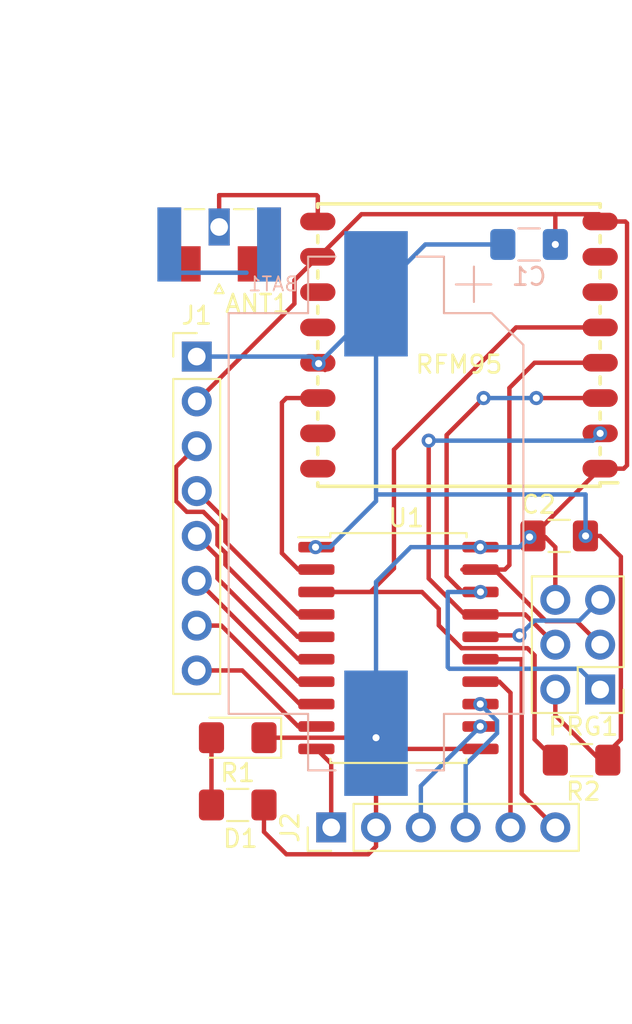
<source format=kicad_pcb>
(kicad_pcb (version 20200119) (host pcbnew "(5.99.0-1365-gd87daebb2)")

  (general
    (thickness 1.6)
    (drawings 0)
    (tracks 185)
    (modules 12)
    (nets 29)
  )

  (page "A4")
  (layers
    (0 "F.Cu" signal)
    (31 "B.Cu" signal)
    (32 "B.Adhes" user)
    (33 "F.Adhes" user)
    (34 "B.Paste" user)
    (35 "F.Paste" user)
    (36 "B.SilkS" user)
    (37 "F.SilkS" user)
    (38 "B.Mask" user)
    (39 "F.Mask" user)
    (40 "Dwgs.User" user)
    (41 "Cmts.User" user)
    (42 "Eco1.User" user)
    (43 "Eco2.User" user)
    (44 "Edge.Cuts" user)
    (45 "Margin" user)
    (46 "B.CrtYd" user)
    (47 "F.CrtYd" user)
    (48 "B.Fab" user)
    (49 "F.Fab" user)
  )

  (setup
    (last_trace_width 0.25)
    (trace_clearance 0.2)
    (zone_clearance 0.508)
    (zone_45_only no)
    (trace_min 0.2)
    (via_size 0.8)
    (via_drill 0.4)
    (via_min_size 0.4)
    (via_min_drill 0.3)
    (uvia_size 0.3)
    (uvia_drill 0.1)
    (uvias_allowed no)
    (uvia_min_size 0.2)
    (uvia_min_drill 0.1)
    (max_error 0.005)
    (defaults
      (edge_clearance 0.01)
      (edge_cuts_line_width 0.05)
      (courtyard_line_width 0.05)
      (copper_line_width 0.2)
      (copper_text_dims (size 1.5 1.5) (thickness 0.3))
      (silk_line_width 0.12)
      (silk_text_dims (size 1 1) (thickness 0.15))
      (other_layers_line_width 0.1)
      (other_layers_text_dims (size 1 1) (thickness 0.15))
      (dimension_units 0)
      (dimension_precision 1)
    )
    (pad_size 1.524 1.524)
    (pad_drill 0.762)
    (pad_to_mask_clearance 0.051)
    (solder_mask_min_width 0.25)
    (aux_axis_origin 0 0)
    (visible_elements FFFDFFFF)
    (pcbplotparams
      (layerselection 0x010fc_ffffffff)
      (usegerberextensions false)
      (usegerberattributes true)
      (usegerberadvancedattributes true)
      (creategerberjobfile true)
      (excludeedgelayer true)
      (linewidth 0.100000)
      (plotframeref false)
      (viasonmask false)
      (mode 1)
      (useauxorigin false)
      (hpglpennumber 1)
      (hpglpenspeed 20)
      (hpglpendiameter 15.000000)
      (psnegative false)
      (psa4output false)
      (plotreference true)
      (plotvalue true)
      (plotinvisibletext false)
      (padsonsilk false)
      (subtractmaskfromsilk false)
      (outputformat 1)
      (mirror false)
      (drillshape 1)
      (scaleselection 1)
      (outputdirectory "")
    )
  )

  (net 0 "")
  (net 1 "Net-(ANT1-Pad1)")
  (net 2 "+3V3")
  (net 3 "GND")
  (net 4 "Net-(D1-Pad2)")
  (net 5 "PB3")
  (net 6 "PB2")
  (net 7 "PB1")
  (net 8 "PB0")
  (net 9 "PA7")
  (net 10 "PA6")
  (net 11 "PC3")
  (net 12 "PC2")
  (net 13 "PC1")
  (net 14 "PC0")
  (net 15 "PB5")
  (net 16 "PB4")
  (net 17 "RST")
  (net 18 "MOSI")
  (net 19 "SCK")
  (net 20 "MISO")
  (net 21 "NSS")
  (net 22 "Net-(RFM95-Pad16)")
  (net 23 "Net-(RFM95-Pad15)")
  (net 24 "DIO0")
  (net 25 "Net-(RFM95-Pad12)")
  (net 26 "Net-(RFM95-Pad11)")
  (net 27 "Net-(RFM95-Pad7)")
  (net 28 "Net-(RFM95-Pad6)")

  (net_class "Default" "Dies ist die voreingestellte Netzklasse."
    (clearance 0.2)
    (trace_width 0.25)
    (via_dia 0.8)
    (via_drill 0.4)
    (uvia_dia 0.3)
    (uvia_drill 0.1)
    (add_net "+3V3")
    (add_net "DIO0")
    (add_net "GND")
    (add_net "MISO")
    (add_net "MOSI")
    (add_net "NSS")
    (add_net "Net-(ANT1-Pad1)")
    (add_net "Net-(D1-Pad2)")
    (add_net "Net-(RFM95-Pad11)")
    (add_net "Net-(RFM95-Pad12)")
    (add_net "Net-(RFM95-Pad15)")
    (add_net "Net-(RFM95-Pad16)")
    (add_net "Net-(RFM95-Pad6)")
    (add_net "Net-(RFM95-Pad7)")
    (add_net "PA6")
    (add_net "PA7")
    (add_net "PB0")
    (add_net "PB1")
    (add_net "PB2")
    (add_net "PB3")
    (add_net "PB4")
    (add_net "PB5")
    (add_net "PC0")
    (add_net "PC1")
    (add_net "PC2")
    (add_net "PC3")
    (add_net "RST")
    (add_net "SCK")
  )

  (module "Package_SO:SOIC-20W_7.5x12.8mm_P1.27mm" (layer "F.Cu") (tedit 5D9F72B1) (tstamp 4d88a77c-1cbb-46f9-8c4c-d506b7453540)
    (at 105.41 69.85)
    (descr "SOIC, 20 Pin (JEDEC MS-013AC, https://www.analog.com/media/en/package-pcb-resources/package/233848rw_20.pdf), generated with kicad-footprint-generator ipc_gullwing_generator.py")
    (tags "SOIC SO")
    (path "/00000000-0000-0000-0000-00005e9fca2b")
    (attr smd)
    (fp_text reference "U1" (at 0.4445 -7.366) (layer "F.SilkS")
      (effects (font (size 1 1) (thickness 0.15)))
    )
    (fp_text value "ATtiny3216-S" (at 0 7.35) (layer "F.Fab")
      (effects (font (size 1 1) (thickness 0.15)))
    )
    (fp_text user "${REFERENCE}" (at 0 0) (layer "F.Fab")
      (effects (font (size 1 1) (thickness 0.15)))
    )
    (fp_line (start 5.93 -6.65) (end -5.93 -6.65) (layer "F.CrtYd") (width 0.05))
    (fp_line (start 5.93 6.65) (end 5.93 -6.65) (layer "F.CrtYd") (width 0.05))
    (fp_line (start -5.93 6.65) (end 5.93 6.65) (layer "F.CrtYd") (width 0.05))
    (fp_line (start -5.93 -6.65) (end -5.93 6.65) (layer "F.CrtYd") (width 0.05))
    (fp_line (start -3.75 -5.4) (end -2.75 -6.4) (layer "F.Fab") (width 0.1))
    (fp_line (start -3.75 6.4) (end -3.75 -5.4) (layer "F.Fab") (width 0.1))
    (fp_line (start 3.75 6.4) (end -3.75 6.4) (layer "F.Fab") (width 0.1))
    (fp_line (start 3.75 -6.4) (end 3.75 6.4) (layer "F.Fab") (width 0.1))
    (fp_line (start -2.75 -6.4) (end 3.75 -6.4) (layer "F.Fab") (width 0.1))
    (fp_line (start -3.86 -6.275) (end -5.675 -6.275) (layer "F.SilkS") (width 0.12))
    (fp_line (start -3.86 -6.51) (end -3.86 -6.275) (layer "F.SilkS") (width 0.12))
    (fp_line (start 0 -6.51) (end -3.86 -6.51) (layer "F.SilkS") (width 0.12))
    (fp_line (start 3.86 -6.51) (end 3.86 -6.275) (layer "F.SilkS") (width 0.12))
    (fp_line (start 0 -6.51) (end 3.86 -6.51) (layer "F.SilkS") (width 0.12))
    (fp_line (start -3.86 6.51) (end -3.86 6.275) (layer "F.SilkS") (width 0.12))
    (fp_line (start 0 6.51) (end -3.86 6.51) (layer "F.SilkS") (width 0.12))
    (fp_line (start 3.86 6.51) (end 3.86 6.275) (layer "F.SilkS") (width 0.12))
    (fp_line (start 0 6.51) (end 3.86 6.51) (layer "F.SilkS") (width 0.12))
    (pad "20" smd roundrect (at 4.65 -5.715) (size 2.05 0.6) (layers "F.Cu" "F.Paste" "F.Mask") (roundrect_rratio 0.25)
      (net 3 "GND") (pinfunction "GND") (tstamp b442e428-968b-497a-bc4c-79f5d3d2d080))
    (pad "19" smd roundrect (at 4.65 -4.445) (size 2.05 0.6) (layers "F.Cu" "F.Paste" "F.Mask") (roundrect_rratio 0.25)
      (net 19 "SCK") (pinfunction "PA3") (tstamp f592b5b3-0e5f-433b-abfd-66fdbb25f8e3))
    (pad "18" smd roundrect (at 4.65 -3.175) (size 2.05 0.6) (layers "F.Cu" "F.Paste" "F.Mask") (roundrect_rratio 0.25)
      (net 20 "MISO") (pinfunction "PA2") (tstamp 62495084-4bb5-4317-ae27-3eba54aa8ef7))
    (pad "17" smd roundrect (at 4.65 -1.905) (size 2.05 0.6) (layers "F.Cu" "F.Paste" "F.Mask") (roundrect_rratio 0.25)
      (net 18 "MOSI") (pinfunction "PA1") (tstamp 64a26d1f-4660-4b2a-a01f-85e3145153b3))
    (pad "16" smd roundrect (at 4.65 -0.635) (size 2.05 0.6) (layers "F.Cu" "F.Paste" "F.Mask") (roundrect_rratio 0.25)
      (net 17 "RST") (pinfunction "~RESET~/PA0") (tstamp 7ddae828-aa46-44f8-816c-1c246e0c9f3d))
    (pad "15" smd roundrect (at 4.65 0.635) (size 2.05 0.6) (layers "F.Cu" "F.Paste" "F.Mask") (roundrect_rratio 0.25)
      (net 11 "PC3") (pinfunction "PC3") (tstamp 3dc956b4-a4c6-4db7-a02a-186ff4e70c20))
    (pad "14" smd roundrect (at 4.65 1.905) (size 2.05 0.6) (layers "F.Cu" "F.Paste" "F.Mask") (roundrect_rratio 0.25)
      (net 12 "PC2") (pinfunction "PC2") (tstamp c1112267-ad15-4334-bbd3-6add5005ee18))
    (pad "13" smd roundrect (at 4.65 3.175) (size 2.05 0.6) (layers "F.Cu" "F.Paste" "F.Mask") (roundrect_rratio 0.25)
      (net 13 "PC1") (pinfunction "PC1") (tstamp b95dfd25-d919-4907-bb1e-d3bcf076f786))
    (pad "12" smd roundrect (at 4.65 4.445) (size 2.05 0.6) (layers "F.Cu" "F.Paste" "F.Mask") (roundrect_rratio 0.25)
      (net 14 "PC0") (pinfunction "PC0") (tstamp e7605185-3599-4455-870c-c43bcb93b747))
    (pad "11" smd roundrect (at 4.65 5.715) (size 2.05 0.6) (layers "F.Cu" "F.Paste" "F.Mask") (roundrect_rratio 0.25)
      (net 8 "PB0") (pinfunction "PB0") (tstamp 60fdf5f7-34a1-46f2-be34-5d7b4b28e288))
    (pad "10" smd roundrect (at -4.65 5.715) (size 2.05 0.6) (layers "F.Cu" "F.Paste" "F.Mask") (roundrect_rratio 0.25)
      (net 7 "PB1") (pinfunction "PB1") (tstamp 7f611ba5-c951-4853-90a2-5795a33667dd))
    (pad "9" smd roundrect (at -4.65 4.445) (size 2.05 0.6) (layers "F.Cu" "F.Paste" "F.Mask") (roundrect_rratio 0.25)
      (net 6 "PB2") (pinfunction "PB2") (tstamp f19de27b-a6d0-4914-a32b-1b38fde0319c))
    (pad "8" smd roundrect (at -4.65 3.175) (size 2.05 0.6) (layers "F.Cu" "F.Paste" "F.Mask") (roundrect_rratio 0.25)
      (net 5 "PB3") (pinfunction "PB3") (tstamp 50f540d5-47bd-4524-9cc7-a99da90825d4))
    (pad "7" smd roundrect (at -4.65 1.905) (size 2.05 0.6) (layers "F.Cu" "F.Paste" "F.Mask") (roundrect_rratio 0.25)
      (net 16 "PB4") (pinfunction "PB4") (tstamp e8b07602-6f80-49ad-ab02-d6321462b12d))
    (pad "6" smd roundrect (at -4.65 0.635) (size 2.05 0.6) (layers "F.Cu" "F.Paste" "F.Mask") (roundrect_rratio 0.25)
      (net 15 "PB5") (pinfunction "PB5") (tstamp fba02735-421d-4884-9859-0ae083f5611c))
    (pad "5" smd roundrect (at -4.65 -0.635) (size 2.05 0.6) (layers "F.Cu" "F.Paste" "F.Mask") (roundrect_rratio 0.25)
      (net 9 "PA7") (pinfunction "PA7") (tstamp 9faa8a64-6dbc-428c-85e7-13f0c1c92370))
    (pad "4" smd roundrect (at -4.65 -1.905) (size 2.05 0.6) (layers "F.Cu" "F.Paste" "F.Mask") (roundrect_rratio 0.25)
      (net 10 "PA6") (pinfunction "PA6") (tstamp 865e6bd5-ee30-4210-b207-c0980d435c3e))
    (pad "3" smd roundrect (at -4.65 -3.175) (size 2.05 0.6) (layers "F.Cu" "F.Paste" "F.Mask") (roundrect_rratio 0.25)
      (net 21 "NSS") (pinfunction "PA5") (tstamp 95fadd0f-bbbe-4c95-92a3-1ddaff7bd9e1))
    (pad "2" smd roundrect (at -4.65 -4.445) (size 2.05 0.6) (layers "F.Cu" "F.Paste" "F.Mask") (roundrect_rratio 0.25)
      (net 24 "DIO0") (pinfunction "PA4") (tstamp 570411e0-0b21-43eb-a0fd-9392cbf4652c))
    (pad "1" smd roundrect (at -4.65 -5.715) (size 2.05 0.6) (layers "F.Cu" "F.Paste" "F.Mask") (roundrect_rratio 0.25)
      (net 2 "+3V3") (pinfunction "VCC") (tstamp 74da8e36-38b7-4be2-8990-76408ccd9ed8))
    (model "${KISYS3DMOD}/Package_SO.3dshapes/SOIC-20W_7.5x12.8mm_P1.27mm.wrl"
      (at (xyz 0 0 0))
      (scale (xyz 1 1 1))
      (rotate (xyz 0 0 0))
    )
  )

  (module "RFM:RFM95" (layer "F.Cu") (tedit 585E5D4C) (tstamp 2adccd66-1386-43da-be78-c5d3f7237135)
    (at 116.84 59.69 180)
    (path "/00000000-0000-0000-0000-00005d664943")
    (fp_text reference "RFM95" (at 8.001 5.9055) (layer "F.SilkS")
      (effects (font (size 1 1) (thickness 0.15)))
    )
    (fp_text value "RFM95W-868S2" (at 13.5 -1.8) (layer "F.Fab")
      (effects (font (size 1 1) (thickness 0.15)))
    )
    (fp_line (start 0 -1) (end 16 -1) (layer "F.SilkS") (width 0.2))
    (fp_line (start 0 10.8) (end 0 11.2) (layer "F.SilkS") (width 0.2))
    (fp_line (start 0 8.8) (end 0 9.2) (layer "F.SilkS") (width 0.2))
    (fp_line (start 0 6.8) (end 0 7.2) (layer "F.SilkS") (width 0.2))
    (fp_line (start 0 4.8) (end 0 5.2) (layer "F.SilkS") (width 0.2))
    (fp_line (start 0 3.2) (end 0 2.8) (layer "F.SilkS") (width 0.2))
    (fp_line (start 0 1.2) (end 0 0.8) (layer "F.SilkS") (width 0.2))
    (fp_line (start -1 -0.8) (end 0 -0.8) (layer "F.SilkS") (width 0.2))
    (fp_line (start 0 -0.8) (end 0 -1) (layer "F.SilkS") (width 0.2))
    (fp_line (start 0 12.8) (end 0 13.2) (layer "F.SilkS") (width 0.2))
    (fp_line (start 16 -1) (end 16 -0.8) (layer "F.SilkS") (width 0.2))
    (fp_line (start 16 0.8) (end 16 1.2) (layer "F.SilkS") (width 0.2))
    (fp_line (start 16 2.8) (end 16 3.2) (layer "F.SilkS") (width 0.2))
    (fp_line (start 16 4.8) (end 16 5.2) (layer "F.SilkS") (width 0.2))
    (fp_line (start 16 6.8) (end 16 7.2) (layer "F.SilkS") (width 0.2))
    (fp_line (start 16 8.8) (end 16 9.2) (layer "F.SilkS") (width 0.2))
    (fp_line (start 16 10.8) (end 16 11.2) (layer "F.SilkS") (width 0.2))
    (fp_line (start 16 12.8) (end 16 13.2) (layer "F.SilkS") (width 0.2))
    (fp_line (start 16 14.8) (end 16 15) (layer "F.SilkS") (width 0.2))
    (fp_line (start 16 15) (end 0 15) (layer "F.SilkS") (width 0.2))
    (fp_line (start 0 15) (end 0 14.8) (layer "F.SilkS") (width 0.2))
    (pad "16" smd oval (at 16 0 180) (size 2 1) (layers "F.Cu" "F.Paste" "F.Mask")
      (net 22 "Net-(RFM95-Pad16)") (pinfunction "DIO2") (tstamp adf779a9-b5ff-4838-b526-94d2e36a0305))
    (pad "15" smd oval (at 16 2 180) (size 2 1) (layers "F.Cu" "F.Paste" "F.Mask")
      (net 23 "Net-(RFM95-Pad15)") (pinfunction "DIO1") (tstamp 7d4bfb11-e611-4df8-a478-c2794a1561d5))
    (pad "14" smd oval (at 16 4 180) (size 2 1) (layers "F.Cu" "F.Paste" "F.Mask")
      (net 24 "DIO0") (pinfunction "DIO0") (tstamp a971e4a5-fc93-4af9-9708-8a77e5dec152))
    (pad "13" smd oval (at 16 6 180) (size 2 1) (layers "F.Cu" "F.Paste" "F.Mask")
      (net 2 "+3V3") (pinfunction "3.3V") (tstamp 160f808b-01db-44d6-9eb1-34efe7a88ae0))
    (pad "12" smd oval (at 16 8 180) (size 2 1) (layers "F.Cu" "F.Paste" "F.Mask")
      (net 25 "Net-(RFM95-Pad12)") (pinfunction "DIO4") (tstamp bab91dd5-47c7-458f-868f-a9d16f03cd8f))
    (pad "11" smd oval (at 16 10 180) (size 2 1) (layers "F.Cu" "F.Paste" "F.Mask")
      (net 26 "Net-(RFM95-Pad11)") (pinfunction "DIO3") (tstamp f5cb071f-85c7-494c-b0d8-82c9e2b3e201))
    (pad "10" smd oval (at 16 12 180) (size 2 1) (layers "F.Cu" "F.Paste" "F.Mask")
      (net 3 "GND") (pinfunction "GND") (tstamp 59a9ee88-4eb5-4bf7-bf99-d9f58cde6476))
    (pad "9" smd oval (at 16 14 180) (size 2 1) (layers "F.Cu" "F.Paste" "F.Mask")
      (net 1 "Net-(ANT1-Pad1)") (pinfunction "ANT") (tstamp 10dfe60d-1283-4e6c-9c71-892eb03a54e0))
    (pad "8" smd oval (at 0 14 180) (size 2 1) (layers "F.Cu" "F.Paste" "F.Mask")
      (net 3 "GND") (pinfunction "GND") (tstamp 834eeca8-1f10-40b6-bfc5-7aeaeafc790e))
    (pad "7" smd oval (at 0 12 180) (size 2 1) (layers "F.Cu" "F.Paste" "F.Mask")
      (net 27 "Net-(RFM95-Pad7)") (pinfunction "DIO5") (tstamp b3efa0cd-b8f1-4f2a-9abd-14dae6a0849f))
    (pad "6" smd oval (at 0 10 180) (size 2 1) (layers "F.Cu" "F.Paste" "F.Mask")
      (net 28 "Net-(RFM95-Pad6)") (pinfunction "RESET") (tstamp 4f3b2cdd-dcad-4581-ad0b-5bf5779b6b20))
    (pad "5" smd oval (at 0 8 180) (size 2 1) (layers "F.Cu" "F.Paste" "F.Mask")
      (net 21 "NSS") (pinfunction "NSS") (tstamp c5f4470d-3ce6-403c-80b3-94050ab165f4))
    (pad "4" smd oval (at 0 6 180) (size 2 1) (layers "F.Cu" "F.Paste" "F.Mask")
      (net 19 "SCK") (pinfunction "SCK") (tstamp 61fde94e-d3bc-4413-8c89-c5943b536c0b))
    (pad "3" smd oval (at 0 4 180) (size 2 1) (layers "F.Cu" "F.Paste" "F.Mask")
      (net 20 "MISO") (pinfunction "MOSI") (tstamp 8a6264dd-c391-4ffd-8b5e-720ab294476f))
    (pad "2" smd oval (at 0 2 180) (size 2 1) (layers "F.Cu" "F.Paste" "F.Mask")
      (net 18 "MOSI") (pinfunction "MISO") (tstamp 6dcc59fc-2723-42d5-87ce-84c3cff83b83))
    (pad "1" smd oval (at 0 0 180) (size 2 1) (layers "F.Cu" "F.Paste" "F.Mask")
      (net 3 "GND") (pinfunction "GND") (tstamp 61cacf7b-f51d-455f-8071-638810f0dcc2))
  )

  (module "Resistor_SMD:R_1206_3216Metric_Pad1.42x1.75mm_HandSolder" (layer "F.Cu") (tedit 5B301BBD) (tstamp f3631681-075a-44c2-849d-f7e9b08a97cd)
    (at 115.7875 76.2)
    (descr "Resistor SMD 1206 (3216 Metric), square (rectangular) end terminal, IPC_7351 nominal with elongated pad for handsoldering. (Body size source: http://www.tortai-tech.com/upload/download/2011102023233369053.pdf), generated with kicad-footprint-generator")
    (tags "resistor handsolder")
    (path "/00000000-0000-0000-0000-00005e0cabaf")
    (attr smd)
    (fp_text reference "R2" (at 0.1 1.778) (layer "F.SilkS")
      (effects (font (size 1 1) (thickness 0.15)))
    )
    (fp_text value "47K" (at 0 1.82) (layer "F.Fab")
      (effects (font (size 1 1) (thickness 0.15)))
    )
    (fp_text user "${REFERENCE}" (at 0 0) (layer "F.Fab")
      (effects (font (size 0.8 0.8) (thickness 0.12)))
    )
    (fp_line (start 2.45 1.12) (end -2.45 1.12) (layer "F.CrtYd") (width 0.05))
    (fp_line (start 2.45 -1.12) (end 2.45 1.12) (layer "F.CrtYd") (width 0.05))
    (fp_line (start -2.45 -1.12) (end 2.45 -1.12) (layer "F.CrtYd") (width 0.05))
    (fp_line (start -2.45 1.12) (end -2.45 -1.12) (layer "F.CrtYd") (width 0.05))
    (fp_line (start -0.602064 0.91) (end 0.602064 0.91) (layer "F.SilkS") (width 0.12))
    (fp_line (start -0.602064 -0.91) (end 0.602064 -0.91) (layer "F.SilkS") (width 0.12))
    (fp_line (start 1.6 0.8) (end -1.6 0.8) (layer "F.Fab") (width 0.1))
    (fp_line (start 1.6 -0.8) (end 1.6 0.8) (layer "F.Fab") (width 0.1))
    (fp_line (start -1.6 -0.8) (end 1.6 -0.8) (layer "F.Fab") (width 0.1))
    (fp_line (start -1.6 0.8) (end -1.6 -0.8) (layer "F.Fab") (width 0.1))
    (pad "2" smd roundrect (at 1.4875 0) (size 1.425 1.75) (layers "F.Cu" "F.Paste" "F.Mask") (roundrect_rratio 0.175439)
      (net 2 "+3V3") (tstamp 922cb2d9-5b48-4504-b6c4-36e8847db8f3))
    (pad "1" smd roundrect (at -1.4875 0) (size 1.425 1.75) (layers "F.Cu" "F.Paste" "F.Mask") (roundrect_rratio 0.175439)
      (net 21 "NSS") (tstamp e4454c41-8b62-4b2f-ad3e-ee4d2e8160f6))
    (model "${KISYS3DMOD}/Resistor_SMD.3dshapes/R_1206_3216Metric.wrl"
      (at (xyz 0 0 0))
      (scale (xyz 1 1 1))
      (rotate (xyz 0 0 0))
    )
  )

  (module "Resistor_SMD:R_1206_3216Metric_Pad1.42x1.75mm_HandSolder" (layer "F.Cu") (tedit 5B301BBD) (tstamp e7080450-da85-4ee7-a2fa-3f1686a9ad02)
    (at 96.3025 78.74)
    (descr "Resistor SMD 1206 (3216 Metric), square (rectangular) end terminal, IPC_7351 nominal with elongated pad for handsoldering. (Body size source: http://www.tortai-tech.com/upload/download/2011102023233369053.pdf), generated with kicad-footprint-generator")
    (tags "resistor handsolder")
    (path "/00000000-0000-0000-0000-00005d6827f4")
    (attr smd)
    (fp_text reference "R1" (at 0 -1.82 180) (layer "F.SilkS")
      (effects (font (size 1 1) (thickness 0.15)))
    )
    (fp_text value "100" (at 0 1.82 180) (layer "F.Fab")
      (effects (font (size 1 1) (thickness 0.15)))
    )
    (fp_text user "${REFERENCE}" (at 0 0 180) (layer "F.Fab")
      (effects (font (size 0.8 0.8) (thickness 0.12)))
    )
    (fp_line (start 2.45 1.12) (end -2.45 1.12) (layer "F.CrtYd") (width 0.05))
    (fp_line (start 2.45 -1.12) (end 2.45 1.12) (layer "F.CrtYd") (width 0.05))
    (fp_line (start -2.45 -1.12) (end 2.45 -1.12) (layer "F.CrtYd") (width 0.05))
    (fp_line (start -2.45 1.12) (end -2.45 -1.12) (layer "F.CrtYd") (width 0.05))
    (fp_line (start -0.602064 0.91) (end 0.602064 0.91) (layer "F.SilkS") (width 0.12))
    (fp_line (start -0.602064 -0.91) (end 0.602064 -0.91) (layer "F.SilkS") (width 0.12))
    (fp_line (start 1.6 0.8) (end -1.6 0.8) (layer "F.Fab") (width 0.1))
    (fp_line (start 1.6 -0.8) (end 1.6 0.8) (layer "F.Fab") (width 0.1))
    (fp_line (start -1.6 -0.8) (end 1.6 -0.8) (layer "F.Fab") (width 0.1))
    (fp_line (start -1.6 0.8) (end -1.6 -0.8) (layer "F.Fab") (width 0.1))
    (pad "2" smd roundrect (at 1.4875 0) (size 1.425 1.75) (layers "F.Cu" "F.Paste" "F.Mask") (roundrect_rratio 0.175439)
      (net 8 "PB0") (tstamp 922cb2d9-5b48-4504-b6c4-36e8847db8f3))
    (pad "1" smd roundrect (at -1.4875 0) (size 1.425 1.75) (layers "F.Cu" "F.Paste" "F.Mask") (roundrect_rratio 0.175439)
      (net 4 "Net-(D1-Pad2)") (tstamp e4454c41-8b62-4b2f-ad3e-ee4d2e8160f6))
    (model "${KISYS3DMOD}/Resistor_SMD.3dshapes/R_1206_3216Metric.wrl"
      (at (xyz 0 0 0))
      (scale (xyz 1 1 1))
      (rotate (xyz 0 0 0))
    )
  )

  (module "Connector_PinHeader_2.54mm:PinHeader_2x03_P2.54mm_Vertical" (layer "F.Cu") (tedit 59FED5CC) (tstamp b2052976-0e55-4c0e-818f-7fd3fdccfb5f)
    (at 116.84 72.1995 180)
    (descr "Through hole straight pin header, 2x03, 2.54mm pitch, double rows")
    (tags "Through hole pin header THT 2x03 2.54mm double row")
    (path "/00000000-0000-0000-0000-00005d69c5bf")
    (fp_text reference "PRG1" (at 0.9525 -2.0955 180) (layer "F.SilkS")
      (effects (font (size 1 1) (thickness 0.15)))
    )
    (fp_text value "PRG" (at 1.27 7.41) (layer "F.Fab")
      (effects (font (size 1 1) (thickness 0.15)))
    )
    (fp_text user "${REFERENCE}" (at 1.27 2.54 90) (layer "F.Fab")
      (effects (font (size 1 1) (thickness 0.15)))
    )
    (fp_line (start 4.35 -1.8) (end -1.8 -1.8) (layer "F.CrtYd") (width 0.05))
    (fp_line (start 4.35 6.85) (end 4.35 -1.8) (layer "F.CrtYd") (width 0.05))
    (fp_line (start -1.8 6.85) (end 4.35 6.85) (layer "F.CrtYd") (width 0.05))
    (fp_line (start -1.8 -1.8) (end -1.8 6.85) (layer "F.CrtYd") (width 0.05))
    (fp_line (start -1.33 -1.33) (end 0 -1.33) (layer "F.SilkS") (width 0.12))
    (fp_line (start -1.33 0) (end -1.33 -1.33) (layer "F.SilkS") (width 0.12))
    (fp_line (start 1.27 -1.33) (end 3.87 -1.33) (layer "F.SilkS") (width 0.12))
    (fp_line (start 1.27 1.27) (end 1.27 -1.33) (layer "F.SilkS") (width 0.12))
    (fp_line (start -1.33 1.27) (end 1.27 1.27) (layer "F.SilkS") (width 0.12))
    (fp_line (start 3.87 -1.33) (end 3.87 6.41) (layer "F.SilkS") (width 0.12))
    (fp_line (start -1.33 1.27) (end -1.33 6.41) (layer "F.SilkS") (width 0.12))
    (fp_line (start -1.33 6.41) (end 3.87 6.41) (layer "F.SilkS") (width 0.12))
    (fp_line (start -1.27 0) (end 0 -1.27) (layer "F.Fab") (width 0.1))
    (fp_line (start -1.27 6.35) (end -1.27 0) (layer "F.Fab") (width 0.1))
    (fp_line (start 3.81 6.35) (end -1.27 6.35) (layer "F.Fab") (width 0.1))
    (fp_line (start 3.81 -1.27) (end 3.81 6.35) (layer "F.Fab") (width 0.1))
    (fp_line (start 0 -1.27) (end 3.81 -1.27) (layer "F.Fab") (width 0.1))
    (pad "6" thru_hole oval (at 2.54 5.08 180) (size 1.7 1.7) (drill 1) (layers *.Cu *.Mask)
      (net 3 "GND") (pinfunction "Pin_6") (tstamp 791e00a4-899c-4cf4-99e4-2ff46d8b00ee))
    (pad "5" thru_hole oval (at 0 5.08 180) (size 1.7 1.7) (drill 1) (layers *.Cu *.Mask)
      (net 17 "RST") (pinfunction "Pin_5") (tstamp f60044ca-993b-4f07-b201-d8f282d9558b))
    (pad "4" thru_hole oval (at 2.54 2.54 180) (size 1.7 1.7) (drill 1) (layers *.Cu *.Mask)
      (net 18 "MOSI") (pinfunction "Pin_4") (tstamp 7d796773-005e-4d67-b06c-4a2e5e140e88))
    (pad "3" thru_hole oval (at 0 2.54 180) (size 1.7 1.7) (drill 1) (layers *.Cu *.Mask)
      (net 19 "SCK") (pinfunction "Pin_3") (tstamp 92442b1e-2bf3-487a-b31f-a31ef24c1b60))
    (pad "2" thru_hole oval (at 2.54 0 180) (size 1.7 1.7) (drill 1) (layers *.Cu *.Mask)
      (net 2 "+3V3") (pinfunction "Pin_2") (tstamp 1d3d0ae5-b9d3-4d32-a190-a21e817e5459))
    (pad "1" thru_hole rect (at 0 0 180) (size 1.7 1.7) (drill 1) (layers *.Cu *.Mask)
      (net 20 "MISO") (pinfunction "Pin_1") (tstamp c45fe48a-854e-4996-abaf-1f5f19afa244))
    (model "${KISYS3DMOD}/Connector_PinHeader_2.54mm.3dshapes/PinHeader_2x03_P2.54mm_Vertical.wrl"
      (at (xyz 0 0 0))
      (scale (xyz 1 1 1))
      (rotate (xyz 0 0 0))
    )
  )

  (module "Connector_PinHeader_2.54mm:PinHeader_1x06_P2.54mm_Vertical" (layer "F.Cu") (tedit 59FED5CC) (tstamp 646b6e12-238a-422c-9d5b-0f48f6057973)
    (at 101.6 80.01 90)
    (descr "Through hole straight pin header, 1x06, 2.54mm pitch, single row")
    (tags "Through hole pin header THT 1x06 2.54mm single row")
    (path "/00000000-0000-0000-0000-00005ea1b568")
    (fp_text reference "J2" (at 0 -2.33 90) (layer "F.SilkS")
      (effects (font (size 1 1) (thickness 0.15)))
    )
    (fp_text value "Conn_01x06_Male-Connector" (at 0 15.03 90) (layer "F.Fab")
      (effects (font (size 1 1) (thickness 0.15)))
    )
    (fp_text user "${REFERENCE}" (at 0 6.35) (layer "F.Fab")
      (effects (font (size 1 1) (thickness 0.15)))
    )
    (fp_line (start 1.8 -1.8) (end -1.8 -1.8) (layer "F.CrtYd") (width 0.05))
    (fp_line (start 1.8 14.5) (end 1.8 -1.8) (layer "F.CrtYd") (width 0.05))
    (fp_line (start -1.8 14.5) (end 1.8 14.5) (layer "F.CrtYd") (width 0.05))
    (fp_line (start -1.8 -1.8) (end -1.8 14.5) (layer "F.CrtYd") (width 0.05))
    (fp_line (start -1.33 -1.33) (end 0 -1.33) (layer "F.SilkS") (width 0.12))
    (fp_line (start -1.33 0) (end -1.33 -1.33) (layer "F.SilkS") (width 0.12))
    (fp_line (start -1.33 1.27) (end 1.33 1.27) (layer "F.SilkS") (width 0.12))
    (fp_line (start 1.33 1.27) (end 1.33 14.03) (layer "F.SilkS") (width 0.12))
    (fp_line (start -1.33 1.27) (end -1.33 14.03) (layer "F.SilkS") (width 0.12))
    (fp_line (start -1.33 14.03) (end 1.33 14.03) (layer "F.SilkS") (width 0.12))
    (fp_line (start -1.27 -0.635) (end -0.635 -1.27) (layer "F.Fab") (width 0.1))
    (fp_line (start -1.27 13.97) (end -1.27 -0.635) (layer "F.Fab") (width 0.1))
    (fp_line (start 1.27 13.97) (end -1.27 13.97) (layer "F.Fab") (width 0.1))
    (fp_line (start 1.27 -1.27) (end 1.27 13.97) (layer "F.Fab") (width 0.1))
    (fp_line (start -0.635 -1.27) (end 1.27 -1.27) (layer "F.Fab") (width 0.1))
    (pad "6" thru_hole oval (at 0 12.7 90) (size 1.7 1.7) (drill 1) (layers *.Cu *.Mask)
      (net 11 "PC3") (pinfunction "Pin_6") (tstamp 8a157208-bb4e-48d6-8d31-2e73bf5d5efa))
    (pad "5" thru_hole oval (at 0 10.16 90) (size 1.7 1.7) (drill 1) (layers *.Cu *.Mask)
      (net 12 "PC2") (pinfunction "Pin_5") (tstamp 5e81aac2-d431-481e-af68-17b3a57448c5))
    (pad "4" thru_hole oval (at 0 7.62 90) (size 1.7 1.7) (drill 1) (layers *.Cu *.Mask)
      (net 13 "PC1") (pinfunction "Pin_4") (tstamp 7022b8e4-900c-463f-afb2-50af57c2af7e))
    (pad "3" thru_hole oval (at 0 5.08 90) (size 1.7 1.7) (drill 1) (layers *.Cu *.Mask)
      (net 14 "PC0") (pinfunction "Pin_3") (tstamp 54b106ca-88e6-45e4-b6ae-2dc024d4ae58))
    (pad "2" thru_hole oval (at 0 2.54 90) (size 1.7 1.7) (drill 1) (layers *.Cu *.Mask)
      (net 8 "PB0") (pinfunction "Pin_2") (tstamp 1c82e547-565f-47b3-8b73-2e9be1d5fbba))
    (pad "1" thru_hole rect (at 0 0 90) (size 1.7 1.7) (drill 1) (layers *.Cu *.Mask)
      (net 7 "PB1") (pinfunction "Pin_1") (tstamp 808a7d85-ee85-4bc9-a7e5-8b391524465f))
    (model "${KISYS3DMOD}/Connector_PinHeader_2.54mm.3dshapes/PinHeader_1x06_P2.54mm_Vertical.wrl"
      (at (xyz 0 0 0))
      (scale (xyz 1 1 1))
      (rotate (xyz 0 0 0))
    )
  )

  (module "Connector_PinHeader_2.54mm:PinHeader_1x08_P2.54mm_Vertical" (layer "F.Cu") (tedit 59FED5CC) (tstamp 4cc4cee3-f45e-40f6-a525-36efba34967c)
    (at 93.98 53.34)
    (descr "Through hole straight pin header, 1x08, 2.54mm pitch, single row")
    (tags "Through hole pin header THT 1x08 2.54mm single row")
    (path "/00000000-0000-0000-0000-00005ea1829c")
    (fp_text reference "J1" (at 0 -2.33) (layer "F.SilkS")
      (effects (font (size 1 1) (thickness 0.15)))
    )
    (fp_text value "Conn_01x08_Male-Connector" (at 0 20.11) (layer "F.Fab")
      (effects (font (size 1 1) (thickness 0.15)))
    )
    (fp_text user "${REFERENCE}" (at 0 8.89 90) (layer "F.Fab")
      (effects (font (size 1 1) (thickness 0.15)))
    )
    (fp_line (start 1.8 -1.8) (end -1.8 -1.8) (layer "F.CrtYd") (width 0.05))
    (fp_line (start 1.8 19.55) (end 1.8 -1.8) (layer "F.CrtYd") (width 0.05))
    (fp_line (start -1.8 19.55) (end 1.8 19.55) (layer "F.CrtYd") (width 0.05))
    (fp_line (start -1.8 -1.8) (end -1.8 19.55) (layer "F.CrtYd") (width 0.05))
    (fp_line (start -1.33 -1.33) (end 0 -1.33) (layer "F.SilkS") (width 0.12))
    (fp_line (start -1.33 0) (end -1.33 -1.33) (layer "F.SilkS") (width 0.12))
    (fp_line (start -1.33 1.27) (end 1.33 1.27) (layer "F.SilkS") (width 0.12))
    (fp_line (start 1.33 1.27) (end 1.33 19.11) (layer "F.SilkS") (width 0.12))
    (fp_line (start -1.33 1.27) (end -1.33 19.11) (layer "F.SilkS") (width 0.12))
    (fp_line (start -1.33 19.11) (end 1.33 19.11) (layer "F.SilkS") (width 0.12))
    (fp_line (start -1.27 -0.635) (end -0.635 -1.27) (layer "F.Fab") (width 0.1))
    (fp_line (start -1.27 19.05) (end -1.27 -0.635) (layer "F.Fab") (width 0.1))
    (fp_line (start 1.27 19.05) (end -1.27 19.05) (layer "F.Fab") (width 0.1))
    (fp_line (start 1.27 -1.27) (end 1.27 19.05) (layer "F.Fab") (width 0.1))
    (fp_line (start -0.635 -1.27) (end 1.27 -1.27) (layer "F.Fab") (width 0.1))
    (pad "8" thru_hole oval (at 0 17.78) (size 1.7 1.7) (drill 1) (layers *.Cu *.Mask)
      (net 6 "PB2") (pinfunction "Pin_8") (tstamp d5eb19f6-6182-40b9-89db-552206f4c9f7))
    (pad "7" thru_hole oval (at 0 15.24) (size 1.7 1.7) (drill 1) (layers *.Cu *.Mask)
      (net 5 "PB3") (pinfunction "Pin_7") (tstamp ffc37108-e828-4061-b651-14b5e145a647))
    (pad "6" thru_hole oval (at 0 12.7) (size 1.7 1.7) (drill 1) (layers *.Cu *.Mask)
      (net 16 "PB4") (pinfunction "Pin_6") (tstamp 68fb98e7-e38f-43d5-aede-29428f293566))
    (pad "5" thru_hole oval (at 0 10.16) (size 1.7 1.7) (drill 1) (layers *.Cu *.Mask)
      (net 15 "PB5") (pinfunction "Pin_5") (tstamp fc41e1ee-8dcc-4f67-8bda-0d43c51a68c5))
    (pad "4" thru_hole oval (at 0 7.62) (size 1.7 1.7) (drill 1) (layers *.Cu *.Mask)
      (net 10 "PA6") (pinfunction "Pin_4") (tstamp 9965b288-e720-4f2e-a0af-93b38e3cce06))
    (pad "3" thru_hole oval (at 0 5.08) (size 1.7 1.7) (drill 1) (layers *.Cu *.Mask)
      (net 9 "PA7") (pinfunction "Pin_3") (tstamp c7008a13-a1ee-484c-b31a-e43bcda77c6c))
    (pad "2" thru_hole oval (at 0 2.54) (size 1.7 1.7) (drill 1) (layers *.Cu *.Mask)
      (net 3 "GND") (pinfunction "Pin_2") (tstamp cf4809c9-1ce5-44e5-bcb5-ab9888f3ba18))
    (pad "1" thru_hole rect (at 0 0) (size 1.7 1.7) (drill 1) (layers *.Cu *.Mask)
      (net 2 "+3V3") (pinfunction "Pin_1") (tstamp 1aed5d33-d2d8-4ccc-9f46-2058c3da64e2))
    (model "${KISYS3DMOD}/Connector_PinHeader_2.54mm.3dshapes/PinHeader_1x08_P2.54mm_Vertical.wrl"
      (at (xyz 0 0 0))
      (scale (xyz 1 1 1))
      (rotate (xyz 0 0 0))
    )
  )

  (module "LED_SMD:LED_1206_3216Metric_Pad1.42x1.75mm_HandSolder" (layer "F.Cu") (tedit 5B4B45C9) (tstamp 9ba3dc34-18fa-4039-aaa5-feab023b36f7)
    (at 96.3025 74.93 180)
    (descr "LED SMD 1206 (3216 Metric), square (rectangular) end terminal, IPC_7351 nominal, (Body size source: http://www.tortai-tech.com/upload/download/2011102023233369053.pdf), generated with kicad-footprint-generator")
    (tags "LED handsolder")
    (path "/00000000-0000-0000-0000-00005d67f14d")
    (attr smd)
    (fp_text reference "D1" (at -0.154 -5.715 180) (layer "F.SilkS")
      (effects (font (size 1 1) (thickness 0.15)))
    )
    (fp_text value "LED" (at 0 1.82 180) (layer "F.Fab")
      (effects (font (size 1 1) (thickness 0.15)))
    )
    (fp_text user "${REFERENCE}" (at 0 0 180) (layer "F.Fab")
      (effects (font (size 0.8 0.8) (thickness 0.12)))
    )
    (fp_line (start 2.45 1.12) (end -2.45 1.12) (layer "F.CrtYd") (width 0.05))
    (fp_line (start 2.45 -1.12) (end 2.45 1.12) (layer "F.CrtYd") (width 0.05))
    (fp_line (start -2.45 -1.12) (end 2.45 -1.12) (layer "F.CrtYd") (width 0.05))
    (fp_line (start -2.45 1.12) (end -2.45 -1.12) (layer "F.CrtYd") (width 0.05))
    (fp_line (start -2.46 1.135) (end 1.6 1.135) (layer "F.SilkS") (width 0.12))
    (fp_line (start -2.46 -1.135) (end -2.46 1.135) (layer "F.SilkS") (width 0.12))
    (fp_line (start 1.6 -1.135) (end -2.46 -1.135) (layer "F.SilkS") (width 0.12))
    (fp_line (start 1.6 0.8) (end 1.6 -0.8) (layer "F.Fab") (width 0.1))
    (fp_line (start -1.6 0.8) (end 1.6 0.8) (layer "F.Fab") (width 0.1))
    (fp_line (start -1.6 -0.4) (end -1.6 0.8) (layer "F.Fab") (width 0.1))
    (fp_line (start -1.2 -0.8) (end -1.6 -0.4) (layer "F.Fab") (width 0.1))
    (fp_line (start 1.6 -0.8) (end -1.2 -0.8) (layer "F.Fab") (width 0.1))
    (pad "2" smd roundrect (at 1.4875 0 180) (size 1.425 1.75) (layers "F.Cu" "F.Paste" "F.Mask") (roundrect_rratio 0.175439)
      (net 4 "Net-(D1-Pad2)") (pinfunction "A") (tstamp 35e38242-18ba-457e-b874-e6d4a9c92fe5))
    (pad "1" smd roundrect (at -1.4875 0 180) (size 1.425 1.75) (layers "F.Cu" "F.Paste" "F.Mask") (roundrect_rratio 0.175439)
      (net 3 "GND") (pinfunction "K") (tstamp 80849a50-4b81-4e42-ba05-d153bc3a09d1))
    (model "${KISYS3DMOD}/LED_SMD.3dshapes/LED_1206_3216Metric.wrl"
      (at (xyz 0 0 0))
      (scale (xyz 1 1 1))
      (rotate (xyz 0 0 0))
    )
  )

  (module "Capacitor_SMD:C_1206_3216Metric_Pad1.42x1.75mm_HandSolder" (layer "F.Cu") (tedit 5B301BBE) (tstamp 0716afc0-235f-419f-8fc4-a2daae6fd421)
    (at 114.5175 63.5 180)
    (descr "Capacitor SMD 1206 (3216 Metric), square (rectangular) end terminal, IPC_7351 nominal with elongated pad for handsoldering. (Body size source: http://www.tortai-tech.com/upload/download/2011102023233369053.pdf), generated with kicad-footprint-generator")
    (tags "capacitor handsolder")
    (path "/00000000-0000-0000-0000-00005d694e97")
    (attr smd)
    (fp_text reference "C2" (at 1.17 1.778 180) (layer "F.SilkS")
      (effects (font (size 1 1) (thickness 0.15)))
    )
    (fp_text value "100n" (at 0 1.82 180) (layer "F.Fab")
      (effects (font (size 1 1) (thickness 0.15)))
    )
    (fp_text user "${REFERENCE}" (at 0 0 180) (layer "F.Fab")
      (effects (font (size 0.8 0.8) (thickness 0.12)))
    )
    (fp_line (start 2.45 1.12) (end -2.45 1.12) (layer "F.CrtYd") (width 0.05))
    (fp_line (start 2.45 -1.12) (end 2.45 1.12) (layer "F.CrtYd") (width 0.05))
    (fp_line (start -2.45 -1.12) (end 2.45 -1.12) (layer "F.CrtYd") (width 0.05))
    (fp_line (start -2.45 1.12) (end -2.45 -1.12) (layer "F.CrtYd") (width 0.05))
    (fp_line (start -0.602064 0.91) (end 0.602064 0.91) (layer "F.SilkS") (width 0.12))
    (fp_line (start -0.602064 -0.91) (end 0.602064 -0.91) (layer "F.SilkS") (width 0.12))
    (fp_line (start 1.6 0.8) (end -1.6 0.8) (layer "F.Fab") (width 0.1))
    (fp_line (start 1.6 -0.8) (end 1.6 0.8) (layer "F.Fab") (width 0.1))
    (fp_line (start -1.6 -0.8) (end 1.6 -0.8) (layer "F.Fab") (width 0.1))
    (fp_line (start -1.6 0.8) (end -1.6 -0.8) (layer "F.Fab") (width 0.1))
    (pad "2" smd roundrect (at 1.4875 0 180) (size 1.425 1.75) (layers "F.Cu" "F.Paste" "F.Mask") (roundrect_rratio 0.175439)
      (net 3 "GND") (tstamp 30d6ff74-9c72-4894-af1c-7bfed8a59a13))
    (pad "1" smd roundrect (at -1.4875 0 180) (size 1.425 1.75) (layers "F.Cu" "F.Paste" "F.Mask") (roundrect_rratio 0.175439)
      (net 2 "+3V3") (tstamp ca8d656e-d7da-4ef8-b136-f2e4320d472e))
    (model "${KISYS3DMOD}/Capacitor_SMD.3dshapes/C_1206_3216Metric.wrl"
      (at (xyz 0 0 0))
      (scale (xyz 1 1 1))
      (rotate (xyz 0 0 0))
    )
  )

  (module "Capacitor_SMD:C_1206_3216Metric_Pad1.42x1.75mm_HandSolder" (layer "B.Cu") (tedit 5B301BBE) (tstamp 758cfb36-e9cc-4230-9e0c-5770e92476d6)
    (at 112.8125 46.99)
    (descr "Capacitor SMD 1206 (3216 Metric), square (rectangular) end terminal, IPC_7351 nominal with elongated pad for handsoldering. (Body size source: http://www.tortai-tech.com/upload/download/2011102023233369053.pdf), generated with kicad-footprint-generator")
    (tags "capacitor handsolder")
    (path "/00000000-0000-0000-0000-00005d696543")
    (attr smd)
    (fp_text reference "C1" (at 0 1.82) (layer "B.SilkS")
      (effects (font (size 1 1) (thickness 0.15)) (justify mirror))
    )
    (fp_text value "100n" (at 0 -1.82) (layer "B.Fab")
      (effects (font (size 1 1) (thickness 0.15)) (justify mirror))
    )
    (fp_text user "${REFERENCE}" (at 0 0) (layer "B.Fab")
      (effects (font (size 0.8 0.8) (thickness 0.12)) (justify mirror))
    )
    (fp_line (start 2.45 -1.12) (end -2.45 -1.12) (layer "B.CrtYd") (width 0.05))
    (fp_line (start 2.45 1.12) (end 2.45 -1.12) (layer "B.CrtYd") (width 0.05))
    (fp_line (start -2.45 1.12) (end 2.45 1.12) (layer "B.CrtYd") (width 0.05))
    (fp_line (start -2.45 -1.12) (end -2.45 1.12) (layer "B.CrtYd") (width 0.05))
    (fp_line (start -0.602064 -0.91) (end 0.602064 -0.91) (layer "B.SilkS") (width 0.12))
    (fp_line (start -0.602064 0.91) (end 0.602064 0.91) (layer "B.SilkS") (width 0.12))
    (fp_line (start 1.6 -0.8) (end -1.6 -0.8) (layer "B.Fab") (width 0.1))
    (fp_line (start 1.6 0.8) (end 1.6 -0.8) (layer "B.Fab") (width 0.1))
    (fp_line (start -1.6 0.8) (end 1.6 0.8) (layer "B.Fab") (width 0.1))
    (fp_line (start -1.6 -0.8) (end -1.6 0.8) (layer "B.Fab") (width 0.1))
    (pad "2" smd roundrect (at 1.4875 0) (size 1.425 1.75) (layers "B.Cu" "B.Paste" "B.Mask") (roundrect_rratio 0.175439)
      (net 3 "GND") (tstamp 30d6ff74-9c72-4894-af1c-7bfed8a59a13))
    (pad "1" smd roundrect (at -1.4875 0) (size 1.425 1.75) (layers "B.Cu" "B.Paste" "B.Mask") (roundrect_rratio 0.175439)
      (net 2 "+3V3") (tstamp ca8d656e-d7da-4ef8-b136-f2e4320d472e))
    (model "${KISYS3DMOD}/Capacitor_SMD.3dshapes/C_1206_3216Metric.wrl"
      (at (xyz 0 0 0))
      (scale (xyz 1 1 1))
      (rotate (xyz 0 0 0))
    )
  )

  (module "battery_holder:BatteryHolder_Keystone_1060_1x2032_Long_Pad" (layer "B.Cu") (tedit 5E2D666C) (tstamp 9d7153da-edd0-4d40-a819-05ccb6e910e8)
    (at 104.14 62.23 -90)
    (descr "http://www.keyelco.com/product-pdf.cfm?p=726")
    (tags "CR2032 BR2032 BatteryHolder Battery")
    (path "/00000000-0000-0000-0000-00005d6f40ee")
    (attr smd)
    (fp_text reference "BAT1" (at -12.99972 5.82676 180) (layer "B.SilkS")
      (effects (font (size 0.8 0.8) (thickness 0.1)) (justify mirror))
    )
    (fp_text value "Battery_Cell" (at 0 11.75 90) (layer "B.Fab")
      (effects (font (size 1 1) (thickness 0.15)) (justify mirror))
    )
    (fp_line (start -11.98524 -5.54736) (end -13.98524 -5.54736) (layer "B.SilkS") (width 0.12))
    (fp_line (start -12.97432 -4.5278) (end -12.97432 -6.5278) (layer "B.SilkS") (width 0.12))
    (fp_text user "BAT" (at 0 0 90) (layer "B.Fab") hide
      (effects (font (size 1 1) (thickness 0.15)) (justify mirror))
    )
    (fp_line (start 11.5 8.5) (end 6.5 8.5) (layer "B.CrtYd") (width 0.05))
    (fp_arc (start 0 0) (end 6.5 8.5) (angle 74.81070976) (layer "B.CrtYd") (width 0.05))
    (fp_line (start 11.5 -4) (end 11.5 -8.5) (layer "B.CrtYd") (width 0.05))
    (fp_line (start 14.7 -4) (end 11.5 -4) (layer "B.CrtYd") (width 0.05))
    (fp_line (start 14.7 -2.3) (end 14.7 -4) (layer "B.CrtYd") (width 0.05))
    (fp_line (start 16.45 -2.3) (end 14.7 -2.3) (layer "B.CrtYd") (width 0.05))
    (fp_line (start 16.45 2.3) (end 16.45 -2.3) (layer "B.CrtYd") (width 0.05))
    (fp_line (start 14.7 2.3) (end 16.45 2.3) (layer "B.CrtYd") (width 0.05))
    (fp_line (start 14.7 4) (end 14.7 2.3) (layer "B.CrtYd") (width 0.05))
    (fp_line (start 11.5 4) (end 14.7 4) (layer "B.CrtYd") (width 0.05))
    (fp_line (start 11.5 8.5) (end 11.5 4) (layer "B.CrtYd") (width 0.05))
    (fp_line (start -11.5 8.5) (end -6.5 8.5) (layer "B.CrtYd") (width 0.05))
    (fp_line (start -11.5 4) (end -11.5 8.5) (layer "B.CrtYd") (width 0.05))
    (fp_line (start -14.7 4) (end -11.5 4) (layer "B.CrtYd") (width 0.05))
    (fp_line (start -14.7 2.3) (end -14.7 4) (layer "B.CrtYd") (width 0.05))
    (fp_line (start -14.7 2.3) (end -16.45 2.3) (layer "B.CrtYd") (width 0.05))
    (fp_line (start -16.45 -2.3) (end -16.45 2.3) (layer "B.CrtYd") (width 0.05))
    (fp_line (start -14.7 -2.3) (end -16.45 -2.3) (layer "B.CrtYd") (width 0.05))
    (fp_line (start -14.7 -4) (end -14.7 -2.3) (layer "B.CrtYd") (width 0.05))
    (fp_line (start -14.7 -4) (end -11.5 -4) (layer "B.CrtYd") (width 0.05))
    (fp_line (start -11.5 -4) (end -11.5 -8.5) (layer "B.CrtYd") (width 0.05))
    (fp_line (start -6.5 -8.5) (end -11.5 -8.5) (layer "B.CrtYd") (width 0.05))
    (fp_line (start 11.5 -8.5) (end 6.5 -8.5) (layer "B.CrtYd") (width 0.05))
    (fp_arc (start 0 0) (end -6.5 -8.5) (angle 74.81070976) (layer "B.CrtYd") (width 0.05))
    (fp_line (start 11.35 8.35) (end 11.35 3.85) (layer "B.SilkS") (width 0.12))
    (fp_line (start -11.35 8.35) (end -11.35 3.85) (layer "B.SilkS") (width 0.12))
    (fp_line (start -11.35 8.35) (end 11.35 8.35) (layer "B.SilkS") (width 0.12))
    (fp_line (start 14.55 3.85) (end 14.55 2.3) (layer "B.SilkS") (width 0.12))
    (fp_line (start 11.35 3.85) (end 14.55 3.85) (layer "B.SilkS") (width 0.12))
    (fp_line (start -14.55 3.85) (end -14.55 2.3) (layer "B.SilkS") (width 0.12))
    (fp_line (start -11.35 3.85) (end -14.55 3.85) (layer "B.SilkS") (width 0.12))
    (fp_line (start -14.55 -3.85) (end -14.55 -2.3) (layer "B.SilkS") (width 0.12))
    (fp_line (start -11.35 -3.85) (end -14.55 -3.85) (layer "B.SilkS") (width 0.12))
    (fp_line (start -9.55 -8.35) (end -11.35 -6.55) (layer "B.SilkS") (width 0.12))
    (fp_line (start -11.35 -6.55) (end -11.35 -3.85) (layer "B.SilkS") (width 0.12))
    (fp_line (start 11.35 -8.35) (end -9.55 -8.35) (layer "B.SilkS") (width 0.12))
    (fp_line (start 11.35 -8.35) (end 11.35 -3.85) (layer "B.SilkS") (width 0.12))
    (fp_line (start 14.55 -3.85) (end 14.55 -2.3) (layer "B.SilkS") (width 0.12))
    (fp_line (start 11.35 -3.85) (end 14.55 -3.85) (layer "B.SilkS") (width 0.12))
    (fp_line (start -9.4 -8) (end -11 -6.4) (layer "B.Fab") (width 0.1))
    (fp_line (start 14.2 3.5) (end 11 3.5) (layer "B.Fab") (width 0.1))
    (fp_line (start 14.2 -3.5) (end 14.2 3.5) (layer "B.Fab") (width 0.1))
    (fp_line (start 11 -3.5) (end 14.2 -3.5) (layer "B.Fab") (width 0.1))
    (fp_line (start -14.2 3.5) (end -11 3.5) (layer "B.Fab") (width 0.1))
    (fp_line (start -14.2 -3.5) (end -14.2 3.5) (layer "B.Fab") (width 0.1))
    (fp_line (start -11 -3.5) (end -14.2 -3.5) (layer "B.Fab") (width 0.1))
    (fp_line (start -11 -6.4) (end -11 -3.5) (layer "B.Fab") (width 0.1))
    (fp_line (start -11 8) (end -11 3.5) (layer "B.Fab") (width 0.1))
    (fp_line (start 11 8) (end 11 3.5) (layer "B.Fab") (width 0.1))
    (fp_line (start 11 -8) (end 11 -3.5) (layer "B.Fab") (width 0.1))
    (fp_line (start 11 8) (end -11 8) (layer "B.Fab") (width 0.1))
    (fp_line (start 11 -8) (end -9.4 -8) (layer "B.Fab") (width 0.1))
    (fp_circle (center 0 0) (end -10.2 0) (layer "Dwgs.User") (width 0.3))
    (pad "1" smd rect (at -12.446 0 90) (size 7.1 3.6) (layers "B.Cu" "B.Paste" "B.Mask")
      (net 2 "+3V3") (pinfunction "+") (tstamp 4d538132-b202-47e2-bb8f-211b5399a075))
    (pad "2" smd rect (at 12.446 0 90) (size 7.1 3.6) (layers "B.Cu" "B.Paste" "B.Mask")
      (net 3 "GND") (pinfunction "-") (tstamp 76b55e34-63e9-45a0-8636-07770fae33d3))
    (model "${KISYS3DMOD}/Battery.3dshapes/BatteryHolder_Keystone_1060_1x2032.wrl"
      (at (xyz 0 0 0))
      (scale (xyz 1 1 1))
      (rotate (xyz 0 0 0))
    )
  )

  (module "SMA_Multi:SMA_Edge_UFL_Combo" (layer "F.Cu") (tedit 5E2D63D1) (tstamp 5c2581a4-fc96-4ff2-9408-e7dbaf2996bf)
    (at 95.25 46.99 180)
    (descr "Connector SMA, 0Hz to 20GHz, 50Ohm, Edge Mount (http://suddendocs.samtec.com/prints/sma-j-p-x-st-em1-mkt.pdf)")
    (tags "SMA Straight Samtec Edge Mount")
    (path "/00000000-0000-0000-0000-00005d699dfd")
    (attr smd)
    (fp_text reference "ANT1" (at -2.159 -3.3528 180) (layer "F.SilkS")
      (effects (font (size 1 1) (thickness 0.15)))
    )
    (fp_text value "Antenna" (at 0 13) (layer "F.Fab")
      (effects (font (size 1 1) (thickness 0.15)))
    )
    (fp_line (start 0.84 2) (end 1.95 2) (layer "F.SilkS") (width 0.12))
    (fp_line (start -1.95 2) (end -0.84 2) (layer "F.SilkS") (width 0.12))
    (fp_line (start 3.68 2.6) (end 3.68 12.12) (layer "B.CrtYd") (width 0.05))
    (fp_line (start 4 2.6) (end 3.68 2.6) (layer "B.CrtYd") (width 0.05))
    (fp_line (start -3.68 12.12) (end -3.68 2.6) (layer "B.CrtYd") (width 0.05))
    (fp_line (start -3.68 2.6) (end -4 2.6) (layer "B.CrtYd") (width 0.05))
    (fp_line (start 3.68 2.6) (end 3.68 12.12) (layer "F.CrtYd") (width 0.05))
    (fp_line (start 3.68 2.6) (end 4 2.6) (layer "F.CrtYd") (width 0.05))
    (fp_line (start -3.68 12.12) (end -3.68 2.6) (layer "F.CrtYd") (width 0.05))
    (fp_line (start -3.68 2.6) (end -4 2.6) (layer "F.CrtYd") (width 0.05))
    (fp_text user "PCB Edge" (at 0 2.6) (layer "Dwgs.User")
      (effects (font (size 0.5 0.5) (thickness 0.1)))
    )
    (fp_line (start 4.1 2.1) (end -4.1 2.1) (layer "Dwgs.User") (width 0.1))
    (fp_line (start -3.175 -1.71) (end -3.175 11.62) (layer "F.Fab") (width 0.1))
    (fp_line (start -2.365 -1.71) (end -3.175 -1.71) (layer "F.Fab") (width 0.1))
    (fp_line (start -2.365 2.1) (end -2.365 -1.71) (layer "F.Fab") (width 0.1))
    (fp_line (start 2.365 2.1) (end -2.365 2.1) (layer "F.Fab") (width 0.1))
    (fp_line (start 2.365 -1.71) (end 2.365 2.1) (layer "F.Fab") (width 0.1))
    (fp_line (start 3.175 -1.71) (end 2.365 -1.71) (layer "F.Fab") (width 0.1))
    (fp_line (start 3.175 -1.71) (end 3.175 11.62) (layer "F.Fab") (width 0.1))
    (fp_line (start 3.165 11.62) (end -3.165 11.62) (layer "F.Fab") (width 0.1))
    (fp_line (start -4 -2.6) (end 4 -2.6) (layer "B.CrtYd") (width 0.05))
    (fp_line (start -4 2.6) (end -4 -2.6) (layer "B.CrtYd") (width 0.05))
    (fp_line (start 3.68 12.12) (end -3.68 12.12) (layer "B.CrtYd") (width 0.05))
    (fp_line (start 4 2.6) (end 4 -2.6) (layer "B.CrtYd") (width 0.05))
    (fp_line (start -4 -2.6) (end 4 -2.6) (layer "F.CrtYd") (width 0.05))
    (fp_line (start -4 2.6) (end -4 -2.6) (layer "F.CrtYd") (width 0.05))
    (fp_line (start 3.68 12.12) (end -3.68 12.12) (layer "F.CrtYd") (width 0.05))
    (fp_line (start 4 2.6) (end 4 -2.6) (layer "F.CrtYd") (width 0.05))
    (fp_text user "${REFERENCE}" (at 0 4.79 180) (layer "F.Fab") hide
      (effects (font (size 1 1) (thickness 0.15)))
    )
    (fp_line (start 0.64 2.1) (end 0 3.1) (layer "F.Fab") (width 0.1))
    (fp_line (start 0 3.1) (end -0.64 2.1) (layer "F.Fab") (width 0.1))
    (fp_line (start 0 -2.26) (end 0.25 -2.76) (layer "F.SilkS") (width 0.12))
    (fp_line (start 0.25 -2.76) (end -0.25 -2.76) (layer "F.SilkS") (width 0.12))
    (fp_line (start -0.25 -2.76) (end 0 -2.26) (layer "F.SilkS") (width 0.12))
    (pad "1" thru_hole rect (at 0 0.9906 180) (size 1.2 2.1) (drill 1) (layers *.Cu *.Mask)
      (net 1 "Net-(ANT1-Pad1)") (pinfunction "A") (tstamp c87752ad-33e0-4c51-aa6e-3cfb1222b37c))
    (pad "2" smd rect (at 2.825 0 180) (size 1.35 4.2) (layers "B.Cu" "B.Paste" "B.Mask") (tstamp 87b4078e-fd01-43f0-b6e7-039c2410bb30))
    (pad "2" smd rect (at -2.825 0 180) (size 1.35 4.2) (layers "B.Cu" "B.Paste" "B.Mask") (tstamp fe3f8deb-be74-493b-904a-c8c10af2eff3))
    (pad "2" smd custom (at 1.5494 -1.6002 180) (size 1 1) (layers "F.Cu" "F.Paste" "F.Mask")
      (zone_connect 0)
      (options (clearance outline) (anchor rect))
      (primitives
        (gr_poly (pts
           (xy -0.5 -0.5) (xy 1.95 -0.5) (xy 1.95 3.7) (xy 0.6 3.7) (xy 0.6 1.5)
           (xy -0.5 1.5)) (width 0))
      ) (tstamp 329c0436-5b5e-4e43-a9d1-cd341da655e7))
    (pad "2" smd custom (at -3.00228 -1.6002 180) (size 1 1) (layers "F.Cu" "F.Paste" "F.Mask")
      (zone_connect 0)
      (options (clearance outline) (anchor rect))
      (primitives
        (gr_poly (pts
           (xy -0.5 -0.5) (xy 1.95 -0.5) (xy 1.95 1.5) (xy 0.85 1.5) (xy 0.85 3.7)
           (xy -0.5 3.7)) (width 0))
      ) (tstamp 1699591f-8b9f-4263-a94b-c8e4e7ade2f2))
    (model "${KISYS3DMOD}/Connector_Coaxial.3dshapes/SMA_Samtec_SMA-J-P-X-ST-EM1_EdgeMount.wrl"
      (at (xyz 0 0 0))
      (scale (xyz 1 1 1))
      (rotate (xyz 0 0 0))
    )
  )

  (segment (start 100.76 73.025) (end 99.822 73.025) (width 0.25) (layer "F.Cu") (net 5) (tstamp 8dbe336b-1d88-4de4-95e3-5921615fed53))
  (segment (start 99.822 73.025) (end 95.377 68.58) (width 0.25) (layer "F.Cu") (net 5) (tstamp c820d961-4489-4c2c-954a-cdee325160cd))
  (segment (start 95.377 68.58) (end 93.98 68.58) (width 0.25) (layer "F.Cu") (net 5) (tstamp b8097f2d-517e-425d-b236-70747096561c))
  (segment (start 100.76 69.215) (end 99.695 69.215) (width 0.25) (layer "F.Cu") (net 9) (tstamp 52b66419-4bf7-4616-8ce1-1b511ae8df27))
  (segment (start 92.804999 59.595001) (end 93.98 58.42) (width 0.25) (layer "F.Cu") (net 9) (tstamp 4ec7d35a-7f2e-4e57-9a12-f2d81253136e))
  (segment (start 99.695 69.215) (end 95.605011 65.125011) (width 0.25) (layer "F.Cu") (net 9) (tstamp d2ce82c6-035a-4d4e-8a12-b7e985b27884))
  (segment (start 95.155001 62.935999) (end 94.354003 62.135001) (width 0.25) (layer "F.Cu") (net 9) (tstamp 4c0ebc89-a640-4484-8421-02cec8ef7771))
  (segment (start 94.354003 62.135001) (end 93.415999 62.135001) (width 0.25) (layer "F.Cu") (net 9) (tstamp 8cf20fd4-59f5-4092-83ef-ea5d37181107))
  (segment (start 95.605011 65.125011) (end 95.605011 64.451421) (width 0.25) (layer "F.Cu") (net 9) (tstamp 4df1a20a-1508-421c-b668-75c61f7734d9))
  (segment (start 95.605011 64.451421) (end 95.155001 64.001411) (width 0.25) (layer "F.Cu") (net 9) (tstamp bf642e5e-4288-4ae8-b616-bf5546b8d656))
  (segment (start 95.155001 64.001411) (end 95.155001 62.935999) (width 0.25) (layer "F.Cu") (net 9) (tstamp d7125233-19a5-4c53-97fd-f853e0397419))
  (segment (start 93.415999 62.135001) (end 92.804999 61.524001) (width 0.25) (layer "F.Cu") (net 9) (tstamp 636e846a-89e8-43cc-882f-53794d03eb14))
  (segment (start 92.804999 61.524001) (end 92.804999 59.595001) (width 0.25) (layer "F.Cu") (net 9) (tstamp fb79a6f2-4547-4f7e-b6fe-a4e945745f83))
  (segment (start 114.3 73.66) (end 116.84 76.2) (width 0.25) (layer "F.Cu") (net 2) (tstamp d848d012-abac-4141-975e-152a06f2c285))
  (segment (start 114.3 72.39) (end 114.3 73.66) (width 0.25) (layer "F.Cu") (net 2) (tstamp 984ac595-06ad-433e-b249-963f34efb658))
  (segment (start 115.664999 63.840001) (end 116.005 63.5) (width 0.25) (layer "F.Cu") (net 2) (tstamp 8346849e-1abf-4331-acf5-a600e6e7b30a))
  (segment (start 116.84 76.2) (end 115.664999 75.024999) (width 0.25) (layer "F.Cu") (net 2) (tstamp fb266b19-5573-4a0a-a626-8f3c1b0653f0))
  (segment (start 118.015001 75.024999) (end 116.84 76.2) (width 0.25) (layer "F.Cu") (net 2) (tstamp 0b1ed876-96b1-482e-b865-f70b79f03b38))
  (segment (start 118.015001 64.675001) (end 118.015001 75.024999) (width 0.25) (layer "F.Cu") (net 2) (tstamp 405cab7f-b046-4506-8abd-d289ca61ed98))
  (segment (start 116.84 63.5) (end 118.015001 64.675001) (width 0.25) (layer "F.Cu") (net 2) (tstamp 8745d926-95f9-4f44-8ae7-25a141235c98))
  (segment (start 116.005 63.5) (end 116.0145 63.5) (width 0.25) (layer "F.Cu") (net 2) (tstamp fbb560e2-cebb-415d-aaef-c7b4fe4cbe8d))
  (segment (start 110.06 71.755) (end 111.085 71.755) (width 0.25) (layer "F.Cu") (net 12) (tstamp ae5d19e0-b706-438f-b4df-f3e591e3fdff))
  (segment (start 94.815 74.93) (end 94.815 78.74) (width 0.25) (layer "F.Cu") (net 4) (tstamp 2dfc3d65-7114-4926-a23d-e7f679af6df3))
  (segment (start 101.6 76.405) (end 101.6 80.01) (width 0.25) (layer "F.Cu") (net 7) (tstamp 54769122-38ec-4932-af2f-0a52c1ed0b53))
  (segment (start 100.76 75.565) (end 101.6 76.405) (width 0.25) (layer "F.Cu") (net 7) (tstamp 69d637e9-a3e7-425f-bc4f-9225c8543bb6))
  (segment (start 96.56 71.12) (end 93.98 71.12) (width 0.25) (layer "F.Cu") (net 6) (tstamp e948e580-7db4-4994-90f2-b3b3a1cca5f6))
  (segment (start 99.735 74.295) (end 96.56 71.12) (width 0.25) (layer "F.Cu") (net 6) (tstamp c88a3ac3-2fe0-409e-8a1b-964d936ae28e))
  (segment (start 100.76 74.295) (end 99.735 74.295) (width 0.25) (layer "F.Cu") (net 6) (tstamp 794178ab-ef2d-44ed-a690-e3fa3ce8375d))
  (segment (start 94.65641 68.58) (end 93.98 68.58) (width 0.25) (layer "F.Cu") (net 5) (tstamp 7b38a8bc-209f-4a9d-a324-b809840e0223))
  (segment (start 94.02 66.04) (end 93.98 66.04) (width 0.25) (layer "F.Cu") (net 16) (tstamp 45ebe780-fea6-4760-8c14-cb1882ddf6e3))
  (segment (start 99.735 71.755) (end 94.02 66.04) (width 0.25) (layer "F.Cu") (net 16) (tstamp 1a69d036-8048-4a85-a2cc-b55898da4314))
  (segment (start 100.76 71.755) (end 99.735 71.755) (width 0.25) (layer "F.Cu") (net 16) (tstamp 3672a3e0-b9c7-4f16-bf51-0aaad615c75f))
  (segment (start 95.155001 64.675001) (end 93.98 63.5) (width 0.25) (layer "F.Cu") (net 15) (tstamp b8f698c5-5188-468c-9be7-b512c7babfdf))
  (segment (start 95.155001 65.905001) (end 95.155001 64.675001) (width 0.25) (layer "F.Cu") (net 15) (tstamp 69c17830-ad23-49f9-adb3-de07dc3641b4))
  (segment (start 99.735 70.485) (end 95.155001 65.905001) (width 0.25) (layer "F.Cu") (net 15) (tstamp 152d34d3-1086-463a-9f31-5ae8e872c23c))
  (segment (start 100.76 70.485) (end 99.735 70.485) (width 0.25) (layer "F.Cu") (net 15) (tstamp f94d8b2e-bbd9-4664-916d-65cd88deeec9))
  (segment (start 100.76 69.215) (end 100.334956 69.215) (width 0.25) (layer "F.Cu") (net 9) (tstamp 82581e9c-7344-4daa-9a94-c006555ba50d))
  (segment (start 95.605011 63.815011) (end 95.605011 62.585011) (width 0.25) (layer "F.Cu") (net 10) (tstamp 403b6a24-51b4-4d59-9463-83e092730849))
  (segment (start 99.735 67.945) (end 95.605011 63.815011) (width 0.25) (layer "F.Cu") (net 10) (tstamp 4b101556-2f66-4dc4-89ee-a71a8c391d1e))
  (segment (start 95.605011 62.585011) (end 93.98 60.96) (width 0.25) (layer "F.Cu") (net 10) (tstamp a8647ba5-8ade-44c3-9e97-7a81def4ebbc))
  (segment (start 100.76 67.945) (end 99.735 67.945) (width 0.25) (layer "F.Cu") (net 10) (tstamp 12fde037-bd3e-456e-a5a6-df1c396f312d))
  (via (at 104.14 74.93) (size 0.8) (drill 0.4) (layers "F.Cu" "B.Cu") (net 3) (tstamp e719298e-16d9-433f-b82c-e227181065bc))
  (segment (start 97.79 74.93) (end 104.14 74.93) (width 0.25) (layer "F.Cu") (net 3) (tstamp f20dd47c-0846-4c36-8e58-b5e3e9c4909c))
  (segment (start 111.125 71.755) (end 111.76 72.39) (width 0.25) (layer "F.Cu") (net 12) (tstamp ce86c7a4-0d60-4f15-90be-f4596d5c0ad5))
  (segment (start 111.76 72.39) (end 111.76 80.01) (width 0.25) (layer "F.Cu") (net 12) (tstamp 33ddfc58-5180-4ce5-aec0-82e020fdc520))
  (segment (start 110.06 71.755) (end 111.125 71.755) (width 0.25) (layer "F.Cu") (net 12) (tstamp 75c13468-0853-470a-898f-3f5fadcc4df0))
  (segment (start 110.06 70.485) (end 112.395 70.485) (width 0.25) (layer "F.Cu") (net 11) (tstamp b9487380-7a64-4146-a1a8-09be11516ba2))
  (segment (start 112.395 78.105) (end 114.3 80.01) (width 0.25) (layer "F.Cu") (net 11) (tstamp dbca95c4-d222-4842-96c7-9a00841220a6))
  (segment (start 112.395 70.485) (end 112.395 78.105) (width 0.25) (layer "F.Cu") (net 11) (tstamp 58a85977-b721-4d16-9b63-eaa7458e2910))
  (segment (start 94.33 53.69) (end 93.98 53.34) (width 0.25) (layer "F.Cu") (net 2) (tstamp 6e6b8a5a-1a10-4a41-a01c-30911aaf59ff))
  (segment (start 100.36 45.69) (end 100.33 45.72) (width 0.25) (layer "F.Cu") (net 1) (tstamp b84c9f65-f463-4a86-a6f8-d513dd0ba1fb))
  (segment (start 100.84 45.69) (end 100.36 45.69) (width 0.25) (layer "F.Cu") (net 1) (tstamp 810b265b-eb83-4407-b103-fecc0fa2ba82))
  (segment (start 101.252 54.102) (end 100.88625 53.73625) (width 0.25) (layer "F.Cu") (net 2) (tstamp cfe587a6-68f3-4e31-aa21-59ff7f95d58b))
  (segment (start 106.934 46.99) (end 104.14 49.784) (width 0.25) (layer "B.Cu") (net 2) (tstamp 005f6089-da76-46e8-8054-936a1f0f092d))
  (segment (start 111.325 46.99) (end 106.934 46.99) (width 0.25) (layer "B.Cu") (net 2) (tstamp 54c2e932-d0e8-47a9-9c8c-80e054ea8924))
  (segment (start 100.88625 53.73625) (end 100.84 53.69) (width 0.25) (layer "F.Cu") (net 2) (tstamp cfe587a6-68f3-4e31-aa21-59ff7f95d58b))
  (via (at 100.88625 53.73625) (size 0.8) (drill 0.4) (layers "F.Cu" "B.Cu") (net 2) (tstamp 14427943-0b96-4f96-8a18-dc956b6dfd92))
  (segment (start 104.14 50.4825) (end 100.88625 53.73625) (width 0.25) (layer "B.Cu") (net 2) (tstamp d9c44a6c-9037-4d16-b989-87f7b0473072))
  (segment (start 104.14 49.784) (end 104.14 50.4825) (width 0.25) (layer "B.Cu") (net 2) (tstamp 1a4e2217-2059-4f8a-ac58-2a3acbb13c84))
  (segment (start 100.49 53.34) (end 100.88625 53.73625) (width 0.25) (layer "B.Cu") (net 2) (tstamp 305a6aa5-04d3-4828-9c6e-e93257079a0f))
  (segment (start 93.98 53.34) (end 100.49 53.34) (width 0.25) (layer "B.Cu") (net 2) (tstamp 00821a7c-dc27-4783-946d-d29468e2a833))
  (segment (start 99.51499 50.34501) (end 93.98 55.88) (width 0.25) (layer "F.Cu") (net 3) (tstamp 3dcb51b5-3150-4c28-a1d3-1720c0ee8a05))
  (segment (start 99.51499 49.01501) (end 99.51499 50.34501) (width 0.25) (layer "F.Cu") (net 3) (tstamp c60de7cc-4b32-45d8-9625-315cafa6425f))
  (segment (start 100.84 47.69) (end 99.51499 49.01501) (width 0.25) (layer "F.Cu") (net 3) (tstamp 8a95b24a-e372-49f3-ad1c-87173c979d98))
  (via (at 100.711 64.135) (size 0.8) (drill 0.4) (layers "F.Cu" "B.Cu") (net 2) (tstamp 66b095b8-9e04-4e24-94d7-60d0b5d67af0))
  (segment (start 98.806 64.476) (end 99.735 65.405) (width 0.25) (layer "F.Cu") (net 24) (tstamp bebbf0c5-3a2d-4f58-bbbb-0597b58e4f69))
  (segment (start 99.735 65.405) (end 100.76 65.405) (width 0.25) (layer "F.Cu") (net 24) (tstamp 15c703d0-4718-4eab-8187-c30b48af276e))
  (segment (start 98.806 55.9435) (end 98.806 64.476) (width 0.25) (layer "F.Cu") (net 24) (tstamp c5b83449-2493-45cd-adbb-eb262cd16bec))
  (segment (start 100.84 55.69) (end 99.0595 55.69) (width 0.25) (layer "F.Cu") (net 24) (tstamp 3476bccb-e1b0-46b1-b903-95d85656264c))
  (segment (start 99.0595 55.69) (end 98.806 55.9435) (width 0.25) (layer "F.Cu") (net 24) (tstamp 88faae03-aac7-4f52-b7e9-7cd784fbe3d5))
  (via (at 114.3 46.99) (size 0.8) (drill 0.4) (layers "F.Cu" "B.Cu") (net 3) (tstamp abe9cb9e-01f0-48c5-9cb0-46ca8c62746c))
  (segment (start 114.3 45.2755) (end 114.3 46.99) (width 0.25) (layer "F.Cu") (net 3) (tstamp 764a6be4-8d80-446c-89ca-4115c09b71fd))
  (segment (start 100.9 47.69) (end 103.3145 45.2755) (width 0.25) (layer "F.Cu") (net 3) (tstamp 9cffe0b1-b1ae-4080-a27d-0baf2cadf785))
  (segment (start 100.84 47.69) (end 100.9 47.69) (width 0.25) (layer "F.Cu") (net 3) (tstamp 9c92f1c1-4b7d-43f6-ada1-eeed31d95b29))
  (segment (start 103.3145 45.2755) (end 114.3 45.2755) (width 0.25) (layer "F.Cu") (net 3) (tstamp 62470b7b-34ab-44f8-ae6f-fa24c86941d0))
  (segment (start 116.7765 45.2755) (end 114.3 45.2755) (width 0.25) (layer "F.Cu") (net 3) (tstamp 4869837f-05b8-45a2-b4e5-86b349a21998))
  (segment (start 116.84 45.339) (end 116.7765 45.2755) (width 0.25) (layer "F.Cu") (net 3) (tstamp 8b42c037-ad7f-4369-850e-dffa20d972e8))
  (segment (start 116.84 45.69) (end 116.84 45.339) (width 0.25) (layer "F.Cu") (net 3) (tstamp 0b5f925f-5f14-4247-a44b-b4bfa7b02b4b))
  (segment (start 97.690599 47.374401) (end 98.075 46.99) (width 0.25) (layer "F.Cu") (net 1) (tstamp abb466be-6138-4d71-91d1-8a979d833009))
  (segment (start 92.425 46.99) (end 92.809401 47.374401) (width 0.25) (layer "F.Cu") (net 1) (tstamp eb51317a-9255-4f10-8298-45568d611c20))
  (segment (start 118.1735 59.69) (end 116.84 59.69) (width 0.25) (layer "F.Cu") (net 3) (tstamp d32e53dc-50af-4569-bbad-f925f0f608a1))
  (segment (start 118.267 45.69) (end 118.364 45.787) (width 0.25) (layer "F.Cu") (net 3) (tstamp 0ba0270b-1166-483c-82e2-e77d7baa6743))
  (segment (start 116.84 45.69) (end 118.267 45.69) (width 0.25) (layer "F.Cu") (net 3) (tstamp 75a7bddb-fda5-4d75-ba8f-780a2e2a465e))
  (segment (start 118.364 59.4995) (end 118.1735 59.69) (width 0.25) (layer "F.Cu") (net 3) (tstamp e692c22b-fe43-4956-826c-a084b4c77378))
  (segment (start 118.364 45.787) (end 118.364 59.4995) (width 0.25) (layer "F.Cu") (net 3) (tstamp 9c9fa5e6-453a-4274-a89f-d53c1cfef9b4))
  (segment (start 116.0145 63.5) (end 116.84 63.5) (width 0.25) (layer "F.Cu") (net 2) (tstamp fbb560e2-cebb-415d-aaef-c7b4fe4cbe8d))
  (via (at 116.0145 63.5) (size 0.8) (drill 0.4) (layers "F.Cu" "B.Cu") (net 2) (tstamp 3881bde6-dd58-44e3-82fe-01d2e262ae6e))
  (segment (start 101.5365 64.135) (end 104.04475 61.62675) (width 0.25) (layer "B.Cu") (net 2) (tstamp 3674b923-4f10-4aae-99bb-7534ea0de615))
  (segment (start 100.711 64.135) (end 101.5365 64.135) (width 0.25) (layer "B.Cu") (net 2) (tstamp 5a15f7c1-7c84-4981-ba07-8a51f9541b51))
  (segment (start 104.04475 61.62675) (end 104.14 61.5315) (width 0.25) (layer "B.Cu") (net 2) (tstamp 7a9bc1eb-08db-49d8-b6fc-c7d82e48fec5))
  (segment (start 104.14 49.784) (end 104.14 51.6255) (width 0.25) (layer "B.Cu") (net 2) (tstamp 64680e15-9115-4071-960d-184d5862d0d3))
  (segment (start 103.8225 66.675) (end 100.76 66.675) (width 0.25) (layer "F.Cu") (net 21) (tstamp 2188a9ba-2ece-43a1-81ed-c8f7f6dacfb8))
  (segment (start 105.156 65.3415) (end 103.8225 66.675) (width 0.25) (layer "F.Cu") (net 21) (tstamp 5efb0545-faef-4e6b-bacc-216ebaa67d0c))
  (segment (start 112.0765 51.69) (end 105.156 58.6105) (width 0.25) (layer "F.Cu") (net 21) (tstamp f71b89a5-c3ee-400f-a90f-3653a295e12d))
  (segment (start 105.156 58.6105) (end 105.156 65.3415) (width 0.25) (layer "F.Cu") (net 21) (tstamp 94fd1c33-2e82-4431-83cc-e455d7c74a24))
  (segment (start 116.84 51.69) (end 112.0765 51.69) (width 0.25) (layer "F.Cu") (net 21) (tstamp 2be758c7-6819-4173-8854-439d2aeabef6))
  (segment (start 113.124999 75.024999) (end 114.3 76.2) (width 0.25) (layer "F.Cu") (net 21) (tstamp ad642617-d568-46ce-a00f-fc4d54f7115c))
  (segment (start 113.124999 70.262499) (end 113.124999 75.024999) (width 0.25) (layer "F.Cu") (net 21) (tstamp 71319348-743f-4111-91d2-4543ea23831d))
  (segment (start 112.72249 69.85999) (end 113.124999 70.262499) (width 0.25) (layer "F.Cu") (net 21) (tstamp fccc7ebc-0b00-4850-9302-76d70f13a795))
  (segment (start 106.7435 66.675) (end 107.696 67.6275) (width 0.25) (layer "F.Cu") (net 21) (tstamp 29625fb0-e028-4267-a074-3c29e0029dda))
  (segment (start 107.696 68.566024) (end 108.989966 69.85999) (width 0.25) (layer "F.Cu") (net 21) (tstamp da0b9c57-62ac-4ee5-8e11-2a97ac8f8ffd))
  (segment (start 107.696 67.6275) (end 107.696 68.566024) (width 0.25) (layer "F.Cu") (net 21) (tstamp 49a280e1-fb36-4e16-963c-ec7dd3d2fbe4))
  (segment (start 108.989966 69.85999) (end 112.72249 69.85999) (width 0.25) (layer "F.Cu") (net 21) (tstamp ded5b0c8-7e85-4813-a074-b63db2d4d0b1))
  (segment (start 100.76 66.675) (end 106.7435 66.675) (width 0.25) (layer "F.Cu") (net 21) (tstamp cd43e0e7-ee67-4ce8-88a9-568ebcf08086))
  (via (at 110.0455 64.135) (size 0.8) (drill 0.4) (layers "F.Cu" "B.Cu") (net 3) (tstamp 66e3cb42-8b2a-4010-b54a-9e8fd8449a1f))
  (segment (start 104.14 66.1035) (end 104.14 74.676) (width 0.25) (layer "B.Cu") (net 3) (tstamp 5f361bd8-7874-469c-84e8-8e17ad06a493))
  (segment (start 106.1085 64.135) (end 104.14 66.1035) (width 0.25) (layer "B.Cu") (net 3) (tstamp 17724561-c1e2-42be-889f-5f09f39bba9e))
  (segment (start 110.0455 64.135) (end 106.1085 64.135) (width 0.25) (layer "B.Cu") (net 3) (tstamp 41b32f87-96b9-4a9a-89ec-d39fef8f1d65))
  (segment (start 110.0455 64.135) (end 112.268 64.135) (width 0.25) (layer "B.Cu") (net 3) (tstamp e7e06ae1-3564-4e83-94e1-e6bad3c66b62))
  (segment (start 112.268 64.135) (end 112.8395 63.5635) (width 0.25) (layer "B.Cu") (net 3) (tstamp ed9fcc78-4625-4de3-8739-d7f518e90572))
  (via (at 112.8395 63.5635) (size 0.8) (drill 0.4) (layers "F.Cu" "B.Cu") (net 3) (tstamp b19bf791-52e5-4980-b633-a5f187b5a52e))
  (segment (start 113.03 63.5) (end 116.84 59.69) (width 0.25) (layer "F.Cu") (net 3) (tstamp 8985b717-1302-4408-ac6e-bf057d355c2b))
  (segment (start 110.06 65.405) (end 109.035 65.405) (width 0.25) (layer "F.Cu") (net 19) (tstamp da90cc25-2d3f-45ad-acbf-61221c434aae))
  (segment (start 113.1245 53.69) (end 116.84 53.69) (width 0.25) (layer "F.Cu") (net 19) (tstamp 63d528e6-b2b5-49a5-a631-538a0271c85b))
  (segment (start 111.6965 55.118) (end 113.1245 53.69) (width 0.25) (layer "F.Cu") (net 19) (tstamp ab61c20e-9424-4cd8-9da1-a6642eb2b7a6))
  (segment (start 111.4425 65.405) (end 111.6965 65.151) (width 0.25) (layer "F.Cu") (net 19) (tstamp 94288fd9-2b34-480b-8947-8291aa43ebb6))
  (segment (start 110.06 65.405) (end 111.4425 65.405) (width 0.25) (layer "F.Cu") (net 19) (tstamp 9872ee3c-f786-4706-868d-e659f9591841))
  (segment (start 111.6965 65.151) (end 111.6965 55.118) (width 0.25) (layer "F.Cu") (net 19) (tstamp 409f0a0d-6cdb-44c2-8f9a-a008c4f18662))
  (segment (start 104.14 77.089) (end 104.14 80.01) (width 0.25) (layer "F.Cu") (net 8) (tstamp 6394aae2-ec38-4c12-8008-5ad8a39ab62e))
  (segment (start 105.664 75.565) (end 104.14 77.089) (width 0.25) (layer "F.Cu") (net 8) (tstamp 5e477fb2-63b9-4616-b167-7ec3ff370493))
  (segment (start 110.06 75.565) (end 105.664 75.565) (width 0.25) (layer "F.Cu") (net 8) (tstamp 6120a063-7655-4296-a5ab-982ab5f8cfd8))
  (via (at 110.0455 73.025) (size 0.8) (drill 0.4) (layers "F.Cu" "B.Cu") (net 13) (tstamp bf42a7c6-1f6d-47a7-bb73-2142467c7460))
  (via (at 110.0455 74.295) (size 0.8) (drill 0.4) (layers "F.Cu" "B.Cu") (net 14) (tstamp bf57e92f-8d4b-40da-a3be-8058eb7ac2c4))
  (segment (start 106.68 77.6605) (end 110.0455 74.295) (width 0.25) (layer "B.Cu") (net 14) (tstamp 3926a987-4c22-4bf6-8cc5-73804985b969))
  (segment (start 106.68 80.01) (end 106.68 77.6605) (width 0.25) (layer "B.Cu") (net 14) (tstamp 74da800b-4a80-4abc-9ddc-7861f8d86683))
  (segment (start 110.998 73.9775) (end 110.0455 73.025) (width 0.25) (layer "B.Cu") (net 13) (tstamp 885d4eb7-fb0e-42ca-9d5f-aa59e9c7a617))
  (segment (start 110.998 74.676) (end 110.998 73.9775) (width 0.25) (layer "B.Cu") (net 13) (tstamp cfabf423-8693-4a92-a33b-6bb4add981f1))
  (segment (start 109.22 80.01) (end 109.22 76.454) (width 0.25) (layer "B.Cu") (net 13) (tstamp be5dc1b5-a494-4c6d-9b18-b402b9937062))
  (segment (start 109.22 76.454) (end 110.998 74.676) (width 0.25) (layer "B.Cu") (net 13) (tstamp 7f18f397-3de7-4ae5-a395-7e9c1675a5b8))
  (segment (start 112.5855 67.945) (end 114.3 69.6595) (width 0.25) (layer "F.Cu") (net 18) (tstamp e5856d3e-581f-48ea-b095-1fa04643fffa))
  (segment (start 110.06 67.945) (end 112.5855 67.945) (width 0.25) (layer "F.Cu") (net 18) (tstamp f509aa56-c2a8-40b7-972e-4b43fea529f0))
  (segment (start 115.5065 68.326) (end 116.84 69.6595) (width 0.25) (layer "F.Cu") (net 19) (tstamp ff0c9e68-edde-4f68-bd6d-df541ccac2fa))
  (segment (start 113.767498 68.326) (end 115.5065 68.326) (width 0.25) (layer "F.Cu") (net 19) (tstamp 5806b2da-7d92-4a59-8961-4e56c3d75312))
  (segment (start 110.846498 65.405) (end 113.767498 68.326) (width 0.25) (layer "F.Cu") (net 19) (tstamp a2b73946-a887-42f6-acd7-38da490b8a63))
  (segment (start 110.06 65.405) (end 110.846498 65.405) (width 0.25) (layer "F.Cu") (net 19) (tstamp bec0325d-46a9-43f0-87d0-f594fef5b055))
  (via (at 110.06 66.675) (size 0.8) (drill 0.4) (layers "F.Cu" "B.Cu") (net 20) (tstamp 31138a2f-245a-460a-a5e0-8fca1bda7726))
  (segment (start 114.3 64.135) (end 114.3 67.1195) (width 0.25) (layer "F.Cu") (net 3) (tstamp 9cdf3633-38d8-4891-b341-7af6a2332bc0))
  (segment (start 113.7285 63.5635) (end 114.3 64.135) (width 0.25) (layer "F.Cu") (net 3) (tstamp a0eee6bb-5a72-4d77-866c-3d068586f233))
  (segment (start 112.8395 63.5635) (end 113.7285 63.5635) (width 0.25) (layer "F.Cu") (net 3) (tstamp c323a626-141d-4af9-838d-22b27e657e08))
  (segment (start 115.664999 71.024499) (end 116.84 72.1995) (width 0.25) (layer "B.Cu") (net 20) (tstamp a3010aa1-7556-47fe-9fd9-748ef62668a4))
  (segment (start 108.204 66.675) (end 108.204 70.9295) (width 0.25) (layer "B.Cu") (net 20) (tstamp 5cddcfc6-a64f-4a80-95a2-4f7b4e006ed1))
  (segment (start 108.204 70.9295) (end 108.298999 71.024499) (width 0.25) (layer "B.Cu") (net 20) (tstamp b2a90a9a-070e-4355-b31d-2d08a3822c16))
  (segment (start 108.298999 71.024499) (end 115.664999 71.024499) (width 0.25) (layer "B.Cu") (net 20) (tstamp ed01c88d-eccf-4670-bf9c-f3dda92001c0))
  (segment (start 110.06 66.675) (end 108.204 66.675) (width 0.25) (layer "B.Cu") (net 20) (tstamp 13b8efcd-9150-494e-aae4-8605d194c0f3))
  (segment (start 110.109 69.215) (end 110.1725 69.2785) (width 0.25) (layer "F.Cu") (net 17) (tstamp 76f9c825-f263-41f8-8e76-0adf378bc37e))
  (segment (start 110.06 69.215) (end 110.109 69.215) (width 0.25) (layer "F.Cu") (net 17) (tstamp ad46d3fa-a7f8-42f8-a0a0-f86442c3b863))
  (segment (start 110.14001 69.13499) (end 110.06 69.215) (width 0.25) (layer "F.Cu") (net 17) (tstamp c9edf045-99fa-469e-89e9-7317dfcdb9ce))
  (segment (start 112.268 69.13499) (end 110.14001 69.13499) (width 0.25) (layer "F.Cu") (net 17) (tstamp ebd46bf4-5699-46de-aa58-3b1d24ee381d))
  (segment (start 116.84 67.1195) (end 115.664999 68.294501) (width 0.25) (layer "B.Cu") (net 17) (tstamp 05c6070d-aaf1-4944-9024-0fac946cbf6b))
  (segment (start 113.108489 68.294501) (end 112.268 69.13499) (width 0.25) (layer "B.Cu") (net 17) (tstamp 6365863a-9465-4de0-9d31-e0503e18508b))
  (segment (start 115.664999 68.294501) (end 113.108489 68.294501) (width 0.25) (layer "B.Cu") (net 17) (tstamp 17cb87bc-5cc2-4881-8927-a36bb6993089))
  (via (at 112.268 69.13499) (size 0.8) (drill 0.4) (layers "F.Cu" "B.Cu") (net 17) (tstamp 031bc46b-4276-4dfb-a842-3e1bf96787ef))
  (via (at 110.236 55.6895) (size 0.8) (drill 0.4) (layers "F.Cu" "B.Cu") (net 20) (tstamp f4b0f66f-5f20-493a-bb34-fe074623f786))
  (segment (start 113.2205 55.6895) (end 110.236 55.6895) (width 0.25) (layer "B.Cu") (net 20) (tstamp e30b402e-a323-4d63-acbd-c5e8d60d8abc))
  (segment (start 116.84 55.69) (end 113.221 55.69) (width 0.25) (layer "F.Cu") (net 20) (tstamp 9381ce9b-11d7-47a6-8765-6a930cf8e682))
  (segment (start 113.221 55.69) (end 113.2205 55.6895) (width 0.25) (layer "F.Cu") (net 20) (tstamp ee3fbb3a-8c6c-4c50-92bf-100f1e92dce2))
  (via (at 113.2205 55.6895) (size 0.8) (drill 0.4) (layers "F.Cu" "B.Cu") (net 20) (tstamp d022ad59-2fb0-45b5-adf2-97383aba95a3))
  (segment (start 110.236 55.6895) (end 109.982 55.6895) (width 0.25) (layer "F.Cu") (net 20) (tstamp 82c63197-6fd9-4070-a7a0-2e32e84d7ea9))
  (segment (start 109.035 66.675) (end 110.06 66.675) (width 0.25) (layer "F.Cu") (net 20) (tstamp d79e3b07-a4ca-454f-aa65-0a5a0722957c))
  (segment (start 108.1405 65.7805) (end 109.035 66.675) (width 0.25) (layer "F.Cu") (net 20) (tstamp 73d7c89a-d5da-411f-9efa-5eaf0ac9852a))
  (segment (start 108.1405 57.785) (end 108.1405 65.7805) (width 0.25) (layer "F.Cu") (net 20) (tstamp d03056ff-47b7-4abb-b712-da8732755973))
  (segment (start 110.236 55.6895) (end 108.1405 57.785) (width 0.25) (layer "F.Cu") (net 20) (tstamp ab8307a9-b6b5-459d-ae99-279d2df3179b))
  (segment (start 110.06 67.945) (end 109.347 67.945) (width 0.25) (layer "F.Cu") (net 18) (tstamp d7468ed2-fb1d-4fc9-afc4-453835f58b63))
  (segment (start 116.0145 61.1505) (end 104.2035 61.1505) (width 0.25) (layer "B.Cu") (net 2) (tstamp 6f0354e6-2067-4f44-b3e5-0f2458f71171))
  (segment (start 104.14 61.087) (end 104.14 61.5315) (width 0.25) (layer "B.Cu") (net 2) (tstamp 50d27c37-be33-4935-b13d-0dbe227cee51))
  (segment (start 104.2035 61.1505) (end 104.14 61.087) (width 0.25) (layer "B.Cu") (net 2) (tstamp 5868f699-620d-4541-a333-288dc5bb9df2))
  (segment (start 104.14 49.784) (end 104.14 61.087) (width 0.25) (layer "B.Cu") (net 2) (tstamp 27fa44ea-68a0-428a-b072-747d63b41b3f))
  (segment (start 116.0145 63.5) (end 116.0145 61.1505) (width 0.25) (layer "B.Cu") (net 2) (tstamp 809162f1-07aa-462b-97fe-7b1109380fb0))
  (via (at 116.84 57.69) (size 0.8) (drill 0.4) (layers "F.Cu" "B.Cu") (net 18) (tstamp 39af13d7-1b90-45f8-9375-dbdd4f9633e2))
  (segment (start 116.4275 58.1025) (end 116.84 57.69) (width 0.25) (layer "B.Cu") (net 18) (tstamp 51746b1a-c83f-463d-894b-7483eaaec03d))
  (segment (start 107.1245 58.1025) (end 116.4275 58.1025) (width 0.25) (layer "B.Cu") (net 18) (tstamp 22ec1feb-7731-474f-b98d-256f3e8c397c))
  (via (at 107.1245 58.1025) (size 0.8) (drill 0.4) (layers "F.Cu" "B.Cu") (net 18) (tstamp 83e01d62-4ad1-4dfd-934e-19b45c03390e))
  (segment (start 109.1565 67.945) (end 107.1245 65.913) (width 0.25) (layer "F.Cu") (net 18) (tstamp a90cbb2a-e02a-467e-b90f-29d03e21974a))
  (segment (start 107.1245 65.913) (end 107.1245 58.1025) (width 0.25) (layer "F.Cu") (net 18) (tstamp 666af928-9309-4cb6-aea7-77d4cb1e8e80))
  (segment (start 110.06 67.945) (end 109.1565 67.945) (width 0.25) (layer "F.Cu") (net 18) (tstamp 4530c965-be3d-447d-979a-19c7b6dd3b4c))
  (segment (start 100.84 44.2615) (end 100.84 45.69) (width 0.25) (layer "F.Cu") (net 1) (tstamp a1b3dd7a-b123-4eba-aeac-7e79fe6d8cff))
  (segment (start 100.7745 44.196) (end 100.84 44.2615) (width 0.25) (layer "F.Cu") (net 1) (tstamp 8a927fe0-eeb9-44ce-929f-7d35640b0d4b))
  (segment (start 95.25 45.9994) (end 95.25 44.196) (width 0.25) (layer "F.Cu") (net 1) (tstamp 535af0e9-0e7c-4990-b5ed-d8184b573572))
  (segment (start 95.25 44.196) (end 100.7745 44.196) (width 0.25) (layer "F.Cu") (net 1) (tstamp ebcbc9f3-a5f1-472c-a745-4d7d7953821d))
  (segment (start 92.24772 48.5902) (end 96.7994 48.5902) (width 0.25) (layer "B.Cu") (net 0) (tstamp 4e0e1fa5-27d7-4290-9064-103cea216c94))
  (segment (start 103.6955 81.534) (end 104.14 81.0895) (width 0.25) (layer "F.Cu") (net 8) (tstamp cd733054-eda4-48a5-af35-1fd5ef0cf6a7))
  (segment (start 99.06 81.534) (end 103.6955 81.534) (width 0.25) (layer "F.Cu") (net 8) (tstamp 79de60b2-970d-4e13-9f26-1c787be48b06))
  (segment (start 104.14 81.0895) (end 104.14 80.01) (width 0.25) (layer "F.Cu") (net 8) (tstamp 79883546-7e17-4f37-ad78-3f281eef46af))
  (segment (start 97.79 78.74) (end 97.79 80.264) (width 0.25) (layer "F.Cu") (net 8) (tstamp 316fe286-1986-4e8f-932f-4e1c803ebfe3))
  (segment (start 97.79 80.264) (end 99.06 81.534) (width 0.25) (layer "F.Cu") (net 8) (tstamp 11e22514-b0ce-4ba4-9830-844e3a522485))

)

</source>
